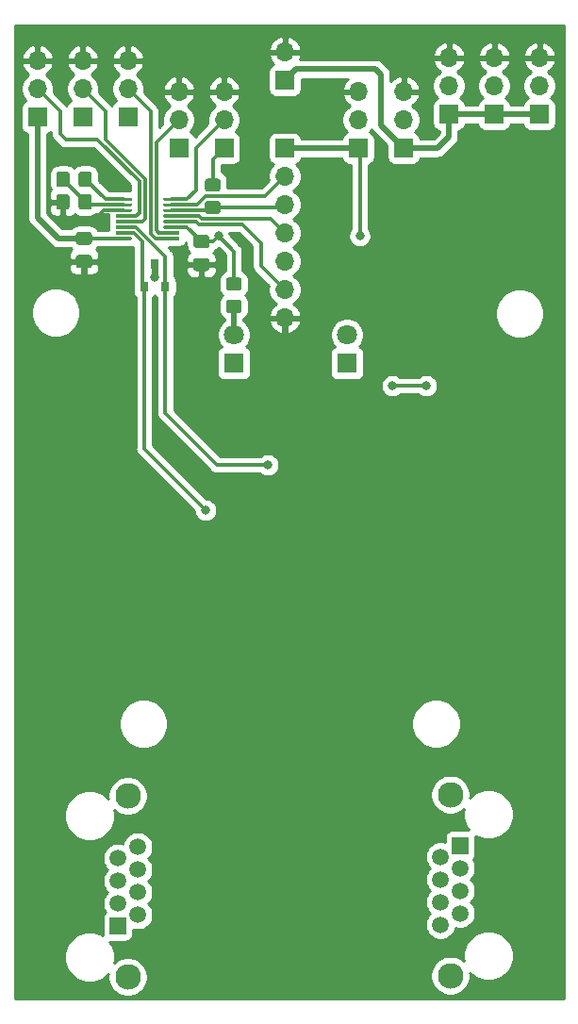
<source format=gbr>
%TF.GenerationSoftware,KiCad,Pcbnew,5.1.7-a382d34a8~87~ubuntu20.04.1*%
%TF.CreationDate,2020-11-04T11:30:01+01:00*%
%TF.ProjectId,isoSPI_Interface,69736f53-5049-45f4-996e-746572666163,rev?*%
%TF.SameCoordinates,Original*%
%TF.FileFunction,Copper,L2,Bot*%
%TF.FilePolarity,Positive*%
%FSLAX46Y46*%
G04 Gerber Fmt 4.6, Leading zero omitted, Abs format (unit mm)*
G04 Created by KiCad (PCBNEW 5.1.7-a382d34a8~87~ubuntu20.04.1) date 2020-11-04 11:30:01*
%MOMM*%
%LPD*%
G01*
G04 APERTURE LIST*
%TA.AperFunction,ComponentPad*%
%ADD10C,2.300000*%
%TD*%
%TA.AperFunction,ComponentPad*%
%ADD11C,1.500000*%
%TD*%
%TA.AperFunction,ComponentPad*%
%ADD12R,1.500000X1.500000*%
%TD*%
%TA.AperFunction,ComponentPad*%
%ADD13O,1.700000X1.700000*%
%TD*%
%TA.AperFunction,ComponentPad*%
%ADD14R,1.700000X1.700000*%
%TD*%
%TA.AperFunction,SMDPad,CuDef*%
%ADD15R,0.800000X0.900000*%
%TD*%
%TA.AperFunction,ComponentPad*%
%ADD16C,1.800000*%
%TD*%
%TA.AperFunction,ComponentPad*%
%ADD17R,1.800000X1.800000*%
%TD*%
%TA.AperFunction,ViaPad*%
%ADD18C,0.800000*%
%TD*%
%TA.AperFunction,Conductor*%
%ADD19C,0.300000*%
%TD*%
%TA.AperFunction,Conductor*%
%ADD20C,0.500000*%
%TD*%
%TA.AperFunction,Conductor*%
%ADD21C,0.254000*%
%TD*%
%TA.AperFunction,Conductor*%
%ADD22C,0.100000*%
%TD*%
G04 APERTURE END LIST*
D10*
%TO.P,J102,SH*%
%TO.N,Net-(J102-PadSH)*%
X131952000Y-152402000D03*
X131952000Y-168662000D03*
D11*
%TO.P,J102,8*%
%TO.N,/Transformer/isoSPI_OUT-_Header*%
X131062000Y-164084000D03*
%TO.P,J102,6*%
%TO.N,Net-(J102-Pad6)*%
X131062000Y-162052000D03*
%TO.P,J102,4*%
%TO.N,Net-(J102-Pad4)*%
X131062000Y-160020000D03*
%TO.P,J102,2*%
%TO.N,Net-(J102-Pad2)*%
X131062000Y-157988000D03*
%TO.P,J102,7*%
%TO.N,/Transformer/isoSPI_OUT+_Header*%
X132842000Y-163068000D03*
%TO.P,J102,5*%
%TO.N,Net-(J102-Pad5)*%
X132842000Y-161036000D03*
%TO.P,J102,3*%
%TO.N,Net-(J102-Pad3)*%
X132842000Y-159004000D03*
D12*
%TO.P,J102,1*%
%TO.N,Net-(J102-Pad1)*%
X132842000Y-156972000D03*
%TD*%
D10*
%TO.P,J104,SH*%
%TO.N,Net-(J102-PadSH)*%
X102998000Y-168781000D03*
X102998000Y-152521000D03*
D11*
%TO.P,J104,8*%
%TO.N,/Transformer/isoSPI_IN-_Header*%
X103888000Y-157099000D03*
%TO.P,J104,6*%
%TO.N,Net-(J104-Pad6)*%
X103888000Y-159131000D03*
%TO.P,J104,4*%
%TO.N,Net-(J104-Pad4)*%
X103888000Y-161163000D03*
%TO.P,J104,2*%
%TO.N,Net-(J104-Pad2)*%
X103888000Y-163195000D03*
%TO.P,J104,7*%
%TO.N,/Transformer/isoSPI_IN+_Header*%
X102108000Y-158115000D03*
%TO.P,J104,5*%
%TO.N,Net-(J104-Pad5)*%
X102108000Y-160147000D03*
%TO.P,J104,3*%
%TO.N,Net-(J104-Pad3)*%
X102108000Y-162179000D03*
D12*
%TO.P,J104,1*%
%TO.N,Net-(J104-Pad1)*%
X102108000Y-164211000D03*
%TD*%
%TO.P,R403,2*%
%TO.N,GND*%
%TA.AperFunction,SMDPad,CuDef*%
G36*
G01*
X97771000Y-98736999D02*
X97771000Y-99637001D01*
G75*
G02*
X97521001Y-99887000I-249999J0D01*
G01*
X96820999Y-99887000D01*
G75*
G02*
X96571000Y-99637001I0J249999D01*
G01*
X96571000Y-98736999D01*
G75*
G02*
X96820999Y-98487000I249999J0D01*
G01*
X97521001Y-98487000D01*
G75*
G02*
X97771000Y-98736999I0J-249999D01*
G01*
G37*
%TD.AperFunction*%
%TO.P,R403,1*%
%TO.N,/SPI_Convert_2/ICMP*%
%TA.AperFunction,SMDPad,CuDef*%
G36*
G01*
X99771000Y-98736999D02*
X99771000Y-99637001D01*
G75*
G02*
X99521001Y-99887000I-249999J0D01*
G01*
X98820999Y-99887000D01*
G75*
G02*
X98571000Y-99637001I0J249999D01*
G01*
X98571000Y-98736999D01*
G75*
G02*
X98820999Y-98487000I249999J0D01*
G01*
X99521001Y-98487000D01*
G75*
G02*
X99771000Y-98736999I0J-249999D01*
G01*
G37*
%TD.AperFunction*%
%TD*%
%TO.P,R402,2*%
%TO.N,/SPI_Convert_2/ICMP*%
%TA.AperFunction,SMDPad,CuDef*%
G36*
G01*
X97771000Y-96704999D02*
X97771000Y-97605001D01*
G75*
G02*
X97521001Y-97855000I-249999J0D01*
G01*
X96820999Y-97855000D01*
G75*
G02*
X96571000Y-97605001I0J249999D01*
G01*
X96571000Y-96704999D01*
G75*
G02*
X96820999Y-96455000I249999J0D01*
G01*
X97521001Y-96455000D01*
G75*
G02*
X97771000Y-96704999I0J-249999D01*
G01*
G37*
%TD.AperFunction*%
%TO.P,R402,1*%
%TO.N,/SPI_Convert_2/IBIAS*%
%TA.AperFunction,SMDPad,CuDef*%
G36*
G01*
X99771000Y-96704999D02*
X99771000Y-97605001D01*
G75*
G02*
X99521001Y-97855000I-249999J0D01*
G01*
X98820999Y-97855000D01*
G75*
G02*
X98571000Y-97605001I0J249999D01*
G01*
X98571000Y-96704999D01*
G75*
G02*
X98820999Y-96455000I249999J0D01*
G01*
X99521001Y-96455000D01*
G75*
G02*
X99771000Y-96704999I0J-249999D01*
G01*
G37*
%TD.AperFunction*%
%TD*%
%TO.P,R401,2*%
%TO.N,SDO*%
%TA.AperFunction,SMDPad,CuDef*%
G36*
G01*
X110166999Y-99079000D02*
X111067001Y-99079000D01*
G75*
G02*
X111317000Y-99328999I0J-249999D01*
G01*
X111317000Y-100029001D01*
G75*
G02*
X111067001Y-100279000I-249999J0D01*
G01*
X110166999Y-100279000D01*
G75*
G02*
X109917000Y-100029001I0J249999D01*
G01*
X109917000Y-99328999D01*
G75*
G02*
X110166999Y-99079000I249999J0D01*
G01*
G37*
%TD.AperFunction*%
%TO.P,R401,1*%
%TO.N,V_SPI*%
%TA.AperFunction,SMDPad,CuDef*%
G36*
G01*
X110166999Y-97079000D02*
X111067001Y-97079000D01*
G75*
G02*
X111317000Y-97328999I0J-249999D01*
G01*
X111317000Y-98029001D01*
G75*
G02*
X111067001Y-98279000I-249999J0D01*
G01*
X110166999Y-98279000D01*
G75*
G02*
X109917000Y-98029001I0J249999D01*
G01*
X109917000Y-97328999D01*
G75*
G02*
X110166999Y-97079000I249999J0D01*
G01*
G37*
%TD.AperFunction*%
%TD*%
%TO.P,R104,2*%
%TO.N,V_SPI*%
%TA.AperFunction,SMDPad,CuDef*%
G36*
G01*
X112972001Y-107169000D02*
X112071999Y-107169000D01*
G75*
G02*
X111822000Y-106919001I0J249999D01*
G01*
X111822000Y-106218999D01*
G75*
G02*
X112071999Y-105969000I249999J0D01*
G01*
X112972001Y-105969000D01*
G75*
G02*
X113222000Y-106218999I0J-249999D01*
G01*
X113222000Y-106919001D01*
G75*
G02*
X112972001Y-107169000I-249999J0D01*
G01*
G37*
%TD.AperFunction*%
%TO.P,R104,1*%
%TO.N,Net-(D103-Pad2)*%
%TA.AperFunction,SMDPad,CuDef*%
G36*
G01*
X112972001Y-109169000D02*
X112071999Y-109169000D01*
G75*
G02*
X111822000Y-108919001I0J249999D01*
G01*
X111822000Y-108218999D01*
G75*
G02*
X112071999Y-107969000I249999J0D01*
G01*
X112972001Y-107969000D01*
G75*
G02*
X113222000Y-108218999I0J-249999D01*
G01*
X113222000Y-108919001D01*
G75*
G02*
X112972001Y-109169000I-249999J0D01*
G01*
G37*
%TD.AperFunction*%
%TD*%
D13*
%TO.P,J405,3*%
%TO.N,GND*%
X98933000Y-86487000D03*
%TO.P,J405,2*%
%TO.N,/SPI_Convert_2/MSTR*%
X98933000Y-89027000D03*
D14*
%TO.P,J405,1*%
%TO.N,+5V*%
X98933000Y-91567000D03*
%TD*%
D13*
%TO.P,J404,3*%
%TO.N,GND*%
X102997000Y-86487000D03*
%TO.P,J404,2*%
%TO.N,/SPI_Convert_2/PHA*%
X102997000Y-89027000D03*
D14*
%TO.P,J404,1*%
%TO.N,+5V*%
X102997000Y-91567000D03*
%TD*%
D13*
%TO.P,J403,3*%
%TO.N,GND*%
X94869000Y-86487000D03*
%TO.P,J403,2*%
%TO.N,/SPI_Convert_2/SLOW*%
X94869000Y-89027000D03*
D14*
%TO.P,J403,1*%
%TO.N,+5V*%
X94869000Y-91567000D03*
%TD*%
D13*
%TO.P,J402,3*%
%TO.N,GND*%
X107569000Y-89281000D03*
%TO.P,J402,2*%
%TO.N,/SPI_Convert_2/POL*%
X107569000Y-91821000D03*
D14*
%TO.P,J402,1*%
%TO.N,+5V*%
X107569000Y-94361000D03*
%TD*%
D13*
%TO.P,J401,3*%
%TO.N,GND*%
X111633000Y-89281000D03*
%TO.P,J401,2*%
%TO.N,/SPI_Convert_2/EN*%
X111633000Y-91821000D03*
D14*
%TO.P,J401,1*%
%TO.N,V_SPI*%
X111633000Y-94361000D03*
%TD*%
D13*
%TO.P,J205,3*%
%TO.N,GND*%
X135890000Y-86233000D03*
%TO.P,J205,2*%
%TO.N,/SPI_Convert_1/MSTR*%
X135890000Y-88773000D03*
D14*
%TO.P,J205,1*%
%TO.N,+5V*%
X135890000Y-91313000D03*
%TD*%
D13*
%TO.P,J204,3*%
%TO.N,GND*%
X131826000Y-86233000D03*
%TO.P,J204,2*%
%TO.N,/SPI_Convert_1/PHA*%
X131826000Y-88773000D03*
D14*
%TO.P,J204,1*%
%TO.N,+5V*%
X131826000Y-91313000D03*
%TD*%
D13*
%TO.P,J203,3*%
%TO.N,GND*%
X139954000Y-86233000D03*
%TO.P,J203,2*%
%TO.N,/SPI_Convert_1/SLOW*%
X139954000Y-88773000D03*
D14*
%TO.P,J203,1*%
%TO.N,+5V*%
X139954000Y-91313000D03*
%TD*%
D13*
%TO.P,J202,3*%
%TO.N,GND*%
X127762000Y-89281000D03*
%TO.P,J202,2*%
%TO.N,/SPI_Convert_1/POL*%
X127762000Y-91821000D03*
D14*
%TO.P,J202,1*%
%TO.N,+5V*%
X127762000Y-94361000D03*
%TD*%
D13*
%TO.P,J201,3*%
%TO.N,GND*%
X123698000Y-89281000D03*
%TO.P,J201,2*%
%TO.N,/SPI_Convert_1/EN*%
X123698000Y-91821000D03*
D14*
%TO.P,J201,1*%
%TO.N,V_SPI*%
X123698000Y-94361000D03*
%TD*%
D13*
%TO.P,J103,7*%
%TO.N,GND*%
X117094000Y-109601000D03*
%TO.P,J103,6*%
%TO.N,~CS_2*%
X117094000Y-107061000D03*
%TO.P,J103,5*%
%TO.N,~CS_1*%
X117094000Y-104521000D03*
%TO.P,J103,4*%
%TO.N,SCK*%
X117094000Y-101981000D03*
%TO.P,J103,3*%
%TO.N,SDO*%
X117094000Y-99441000D03*
%TO.P,J103,2*%
%TO.N,SDI*%
X117094000Y-96901000D03*
D14*
%TO.P,J103,1*%
%TO.N,V_SPI*%
X117094000Y-94361000D03*
%TD*%
D13*
%TO.P,J101,2*%
%TO.N,GND*%
X117094000Y-85725000D03*
D14*
%TO.P,J101,1*%
%TO.N,+5V*%
X117094000Y-88265000D03*
%TD*%
%TO.P,IC401,16*%
%TO.N,/SPI_Convert_2/IBIAS*%
%TA.AperFunction,SMDPad,CuDef*%
G36*
G01*
X103350000Y-98886000D02*
X103350000Y-99036000D01*
G75*
G02*
X103275000Y-99111000I-75000J0D01*
G01*
X101975000Y-99111000D01*
G75*
G02*
X101900000Y-99036000I0J75000D01*
G01*
X101900000Y-98886000D01*
G75*
G02*
X101975000Y-98811000I75000J0D01*
G01*
X103275000Y-98811000D01*
G75*
G02*
X103350000Y-98886000I0J-75000D01*
G01*
G37*
%TD.AperFunction*%
%TO.P,IC401,15*%
%TO.N,/SPI_Convert_2/ICMP*%
%TA.AperFunction,SMDPad,CuDef*%
G36*
G01*
X103350000Y-99386000D02*
X103350000Y-99536000D01*
G75*
G02*
X103275000Y-99611000I-75000J0D01*
G01*
X101975000Y-99611000D01*
G75*
G02*
X101900000Y-99536000I0J75000D01*
G01*
X101900000Y-99386000D01*
G75*
G02*
X101975000Y-99311000I75000J0D01*
G01*
X103275000Y-99311000D01*
G75*
G02*
X103350000Y-99386000I0J-75000D01*
G01*
G37*
%TD.AperFunction*%
%TO.P,IC401,14*%
%TO.N,GND*%
%TA.AperFunction,SMDPad,CuDef*%
G36*
G01*
X103350000Y-99886000D02*
X103350000Y-100036000D01*
G75*
G02*
X103275000Y-100111000I-75000J0D01*
G01*
X101975000Y-100111000D01*
G75*
G02*
X101900000Y-100036000I0J75000D01*
G01*
X101900000Y-99886000D01*
G75*
G02*
X101975000Y-99811000I75000J0D01*
G01*
X103275000Y-99811000D01*
G75*
G02*
X103350000Y-99886000I0J-75000D01*
G01*
G37*
%TD.AperFunction*%
%TO.P,IC401,13*%
%TO.N,/SPI_Convert_2/SLOW*%
%TA.AperFunction,SMDPad,CuDef*%
G36*
G01*
X103350000Y-100386000D02*
X103350000Y-100536000D01*
G75*
G02*
X103275000Y-100611000I-75000J0D01*
G01*
X101975000Y-100611000D01*
G75*
G02*
X101900000Y-100536000I0J75000D01*
G01*
X101900000Y-100386000D01*
G75*
G02*
X101975000Y-100311000I75000J0D01*
G01*
X103275000Y-100311000D01*
G75*
G02*
X103350000Y-100386000I0J-75000D01*
G01*
G37*
%TD.AperFunction*%
%TO.P,IC401,12*%
%TO.N,/SPI_Convert_2/MSTR*%
%TA.AperFunction,SMDPad,CuDef*%
G36*
G01*
X103350000Y-100886000D02*
X103350000Y-101036000D01*
G75*
G02*
X103275000Y-101111000I-75000J0D01*
G01*
X101975000Y-101111000D01*
G75*
G02*
X101900000Y-101036000I0J75000D01*
G01*
X101900000Y-100886000D01*
G75*
G02*
X101975000Y-100811000I75000J0D01*
G01*
X103275000Y-100811000D01*
G75*
G02*
X103350000Y-100886000I0J-75000D01*
G01*
G37*
%TD.AperFunction*%
%TO.P,IC401,11*%
%TO.N,/SPI_Convert_2/IP*%
%TA.AperFunction,SMDPad,CuDef*%
G36*
G01*
X103350000Y-101386000D02*
X103350000Y-101536000D01*
G75*
G02*
X103275000Y-101611000I-75000J0D01*
G01*
X101975000Y-101611000D01*
G75*
G02*
X101900000Y-101536000I0J75000D01*
G01*
X101900000Y-101386000D01*
G75*
G02*
X101975000Y-101311000I75000J0D01*
G01*
X103275000Y-101311000D01*
G75*
G02*
X103350000Y-101386000I0J-75000D01*
G01*
G37*
%TD.AperFunction*%
%TO.P,IC401,10*%
%TO.N,/SPI_Convert_2/IM*%
%TA.AperFunction,SMDPad,CuDef*%
G36*
G01*
X103350000Y-101886000D02*
X103350000Y-102036000D01*
G75*
G02*
X103275000Y-102111000I-75000J0D01*
G01*
X101975000Y-102111000D01*
G75*
G02*
X101900000Y-102036000I0J75000D01*
G01*
X101900000Y-101886000D01*
G75*
G02*
X101975000Y-101811000I75000J0D01*
G01*
X103275000Y-101811000D01*
G75*
G02*
X103350000Y-101886000I0J-75000D01*
G01*
G37*
%TD.AperFunction*%
%TO.P,IC401,9*%
%TO.N,+5V*%
%TA.AperFunction,SMDPad,CuDef*%
G36*
G01*
X103350000Y-102386000D02*
X103350000Y-102536000D01*
G75*
G02*
X103275000Y-102611000I-75000J0D01*
G01*
X101975000Y-102611000D01*
G75*
G02*
X101900000Y-102536000I0J75000D01*
G01*
X101900000Y-102386000D01*
G75*
G02*
X101975000Y-102311000I75000J0D01*
G01*
X103275000Y-102311000D01*
G75*
G02*
X103350000Y-102386000I0J-75000D01*
G01*
G37*
%TD.AperFunction*%
%TO.P,IC401,8*%
%TO.N,/SPI_Convert_2/PHA*%
%TA.AperFunction,SMDPad,CuDef*%
G36*
G01*
X107650000Y-102386000D02*
X107650000Y-102536000D01*
G75*
G02*
X107575000Y-102611000I-75000J0D01*
G01*
X106275000Y-102611000D01*
G75*
G02*
X106200000Y-102536000I0J75000D01*
G01*
X106200000Y-102386000D01*
G75*
G02*
X106275000Y-102311000I75000J0D01*
G01*
X107575000Y-102311000D01*
G75*
G02*
X107650000Y-102386000I0J-75000D01*
G01*
G37*
%TD.AperFunction*%
%TO.P,IC401,7*%
%TO.N,/SPI_Convert_2/POL*%
%TA.AperFunction,SMDPad,CuDef*%
G36*
G01*
X107650000Y-101886000D02*
X107650000Y-102036000D01*
G75*
G02*
X107575000Y-102111000I-75000J0D01*
G01*
X106275000Y-102111000D01*
G75*
G02*
X106200000Y-102036000I0J75000D01*
G01*
X106200000Y-101886000D01*
G75*
G02*
X106275000Y-101811000I75000J0D01*
G01*
X107575000Y-101811000D01*
G75*
G02*
X107650000Y-101886000I0J-75000D01*
G01*
G37*
%TD.AperFunction*%
%TO.P,IC401,6*%
%TO.N,V_SPI*%
%TA.AperFunction,SMDPad,CuDef*%
G36*
G01*
X107650000Y-101386000D02*
X107650000Y-101536000D01*
G75*
G02*
X107575000Y-101611000I-75000J0D01*
G01*
X106275000Y-101611000D01*
G75*
G02*
X106200000Y-101536000I0J75000D01*
G01*
X106200000Y-101386000D01*
G75*
G02*
X106275000Y-101311000I75000J0D01*
G01*
X107575000Y-101311000D01*
G75*
G02*
X107650000Y-101386000I0J-75000D01*
G01*
G37*
%TD.AperFunction*%
%TO.P,IC401,5*%
%TO.N,~CS_2*%
%TA.AperFunction,SMDPad,CuDef*%
G36*
G01*
X107650000Y-100886000D02*
X107650000Y-101036000D01*
G75*
G02*
X107575000Y-101111000I-75000J0D01*
G01*
X106275000Y-101111000D01*
G75*
G02*
X106200000Y-101036000I0J75000D01*
G01*
X106200000Y-100886000D01*
G75*
G02*
X106275000Y-100811000I75000J0D01*
G01*
X107575000Y-100811000D01*
G75*
G02*
X107650000Y-100886000I0J-75000D01*
G01*
G37*
%TD.AperFunction*%
%TO.P,IC401,4*%
%TO.N,SCK*%
%TA.AperFunction,SMDPad,CuDef*%
G36*
G01*
X107650000Y-100386000D02*
X107650000Y-100536000D01*
G75*
G02*
X107575000Y-100611000I-75000J0D01*
G01*
X106275000Y-100611000D01*
G75*
G02*
X106200000Y-100536000I0J75000D01*
G01*
X106200000Y-100386000D01*
G75*
G02*
X106275000Y-100311000I75000J0D01*
G01*
X107575000Y-100311000D01*
G75*
G02*
X107650000Y-100386000I0J-75000D01*
G01*
G37*
%TD.AperFunction*%
%TO.P,IC401,3*%
%TO.N,SDO*%
%TA.AperFunction,SMDPad,CuDef*%
G36*
G01*
X107650000Y-99886000D02*
X107650000Y-100036000D01*
G75*
G02*
X107575000Y-100111000I-75000J0D01*
G01*
X106275000Y-100111000D01*
G75*
G02*
X106200000Y-100036000I0J75000D01*
G01*
X106200000Y-99886000D01*
G75*
G02*
X106275000Y-99811000I75000J0D01*
G01*
X107575000Y-99811000D01*
G75*
G02*
X107650000Y-99886000I0J-75000D01*
G01*
G37*
%TD.AperFunction*%
%TO.P,IC401,2*%
%TO.N,SDI*%
%TA.AperFunction,SMDPad,CuDef*%
G36*
G01*
X107650000Y-99386000D02*
X107650000Y-99536000D01*
G75*
G02*
X107575000Y-99611000I-75000J0D01*
G01*
X106275000Y-99611000D01*
G75*
G02*
X106200000Y-99536000I0J75000D01*
G01*
X106200000Y-99386000D01*
G75*
G02*
X106275000Y-99311000I75000J0D01*
G01*
X107575000Y-99311000D01*
G75*
G02*
X107650000Y-99386000I0J-75000D01*
G01*
G37*
%TD.AperFunction*%
%TO.P,IC401,1*%
%TO.N,/SPI_Convert_2/EN*%
%TA.AperFunction,SMDPad,CuDef*%
G36*
G01*
X107650000Y-98886000D02*
X107650000Y-99036000D01*
G75*
G02*
X107575000Y-99111000I-75000J0D01*
G01*
X106275000Y-99111000D01*
G75*
G02*
X106200000Y-99036000I0J75000D01*
G01*
X106200000Y-98886000D01*
G75*
G02*
X106275000Y-98811000I75000J0D01*
G01*
X107575000Y-98811000D01*
G75*
G02*
X107650000Y-98886000I0J-75000D01*
G01*
G37*
%TD.AperFunction*%
%TD*%
D15*
%TO.P,D104,3*%
%TO.N,GND*%
X105410000Y-104791000D03*
%TO.P,D104,2*%
%TO.N,/SPI_Convert_2/IM*%
X104460000Y-106791000D03*
%TO.P,D104,1*%
%TO.N,/SPI_Convert_2/IP*%
X106360000Y-106791000D03*
%TD*%
D16*
%TO.P,D103,2*%
%TO.N,Net-(D103-Pad2)*%
X112522000Y-111125000D03*
D17*
%TO.P,D103,1*%
%TO.N,~CS_2*%
X112522000Y-113665000D03*
%TD*%
D16*
%TO.P,D101,2*%
%TO.N,Net-(D101-Pad2)*%
X122682000Y-111125000D03*
D17*
%TO.P,D101,1*%
%TO.N,~CS_1*%
X122682000Y-113665000D03*
%TD*%
%TO.P,C402,2*%
%TO.N,V_SPI*%
%TA.AperFunction,SMDPad,CuDef*%
G36*
G01*
X110076000Y-103330500D02*
X109126000Y-103330500D01*
G75*
G02*
X108876000Y-103080500I0J250000D01*
G01*
X108876000Y-102405500D01*
G75*
G02*
X109126000Y-102155500I250000J0D01*
G01*
X110076000Y-102155500D01*
G75*
G02*
X110326000Y-102405500I0J-250000D01*
G01*
X110326000Y-103080500D01*
G75*
G02*
X110076000Y-103330500I-250000J0D01*
G01*
G37*
%TD.AperFunction*%
%TO.P,C402,1*%
%TO.N,GND*%
%TA.AperFunction,SMDPad,CuDef*%
G36*
G01*
X110076000Y-105405500D02*
X109126000Y-105405500D01*
G75*
G02*
X108876000Y-105155500I0J250000D01*
G01*
X108876000Y-104480500D01*
G75*
G02*
X109126000Y-104230500I250000J0D01*
G01*
X110076000Y-104230500D01*
G75*
G02*
X110326000Y-104480500I0J-250000D01*
G01*
X110326000Y-105155500D01*
G75*
G02*
X110076000Y-105405500I-250000J0D01*
G01*
G37*
%TD.AperFunction*%
%TD*%
%TO.P,C401,2*%
%TO.N,+5V*%
%TA.AperFunction,SMDPad,CuDef*%
G36*
G01*
X99535000Y-103055000D02*
X98585000Y-103055000D01*
G75*
G02*
X98335000Y-102805000I0J250000D01*
G01*
X98335000Y-102130000D01*
G75*
G02*
X98585000Y-101880000I250000J0D01*
G01*
X99535000Y-101880000D01*
G75*
G02*
X99785000Y-102130000I0J-250000D01*
G01*
X99785000Y-102805000D01*
G75*
G02*
X99535000Y-103055000I-250000J0D01*
G01*
G37*
%TD.AperFunction*%
%TO.P,C401,1*%
%TO.N,GND*%
%TA.AperFunction,SMDPad,CuDef*%
G36*
G01*
X99535000Y-105130000D02*
X98585000Y-105130000D01*
G75*
G02*
X98335000Y-104880000I0J250000D01*
G01*
X98335000Y-104205000D01*
G75*
G02*
X98585000Y-103955000I250000J0D01*
G01*
X99535000Y-103955000D01*
G75*
G02*
X99785000Y-104205000I0J-250000D01*
G01*
X99785000Y-104880000D01*
G75*
G02*
X99535000Y-105130000I-250000J0D01*
G01*
G37*
%TD.AperFunction*%
%TD*%
D18*
%TO.N,GND*%
X125222000Y-105664000D03*
X129286000Y-105664000D03*
X105410000Y-105918000D03*
X109601000Y-106172000D03*
X99060000Y-106172000D03*
X97155000Y-100711000D03*
X137414000Y-100457000D03*
X112649000Y-117602000D03*
X122301000Y-117602000D03*
X114681000Y-127000000D03*
X120777000Y-127000000D03*
%TO.N,V_SPI*%
X111125000Y-102235000D03*
X123825000Y-102235000D03*
%TO.N,/SPI_Convert_1/IM*%
X129794000Y-115697000D03*
X126746000Y-115697000D03*
%TO.N,/SPI_Convert_2/IM*%
X109982000Y-126873000D03*
%TO.N,/SPI_Convert_2/IP*%
X115570000Y-122809000D03*
%TD*%
D19*
%TO.N,+5V*%
X99434500Y-102461000D02*
X99208500Y-102235000D01*
X102625000Y-102461000D02*
X99434500Y-102461000D01*
D20*
X131826000Y-91313000D02*
X135890000Y-91313000D01*
X139954000Y-91313000D02*
X135890000Y-91313000D01*
X127762000Y-94361000D02*
X130810000Y-94361000D01*
X131826000Y-93345000D02*
X131826000Y-91313000D01*
X130810000Y-94361000D02*
X131826000Y-93345000D01*
X125730000Y-92329000D02*
X127762000Y-94361000D01*
X125730000Y-87757000D02*
X125730000Y-92329000D01*
X125222000Y-87249000D02*
X125730000Y-87757000D01*
X118110000Y-87249000D02*
X125222000Y-87249000D01*
X117094000Y-88265000D02*
X118110000Y-87249000D01*
X94869000Y-100584000D02*
X94869000Y-91567000D01*
X96752500Y-102467500D02*
X94869000Y-100584000D01*
X99060000Y-102467500D02*
X96752500Y-102467500D01*
%TO.N,GND*%
X105410000Y-104791000D02*
X105410000Y-105791000D01*
X109601000Y-104818000D02*
X109601000Y-106172000D01*
X99060000Y-104542500D02*
X99060000Y-106172000D01*
X97171000Y-100695000D02*
X97155000Y-100711000D01*
X97171000Y-99187000D02*
X97171000Y-100695000D01*
D19*
X97171000Y-100711000D02*
X97171000Y-99187000D01*
X100076000Y-100711000D02*
X97171000Y-100711000D01*
X100826000Y-99961000D02*
X100076000Y-100711000D01*
X102625000Y-99961000D02*
X100826000Y-99961000D01*
D20*
X120777000Y-125095000D02*
X120777000Y-127000000D01*
X120142000Y-124460000D02*
X120777000Y-125095000D01*
X114681000Y-124968000D02*
X115189000Y-124460000D01*
X114681000Y-127000000D02*
X114681000Y-124968000D01*
X117475000Y-124460000D02*
X120142000Y-124460000D01*
X116967000Y-117602000D02*
X122301000Y-117602000D01*
X117094000Y-117475000D02*
X116967000Y-117602000D01*
X117094000Y-109601000D02*
X117094000Y-117475000D01*
X112649000Y-117602000D02*
X116967000Y-117602000D01*
X117094000Y-109601000D02*
X117094000Y-124206000D01*
X115189000Y-124460000D02*
X116840000Y-124460000D01*
X117221000Y-124206000D02*
X117475000Y-124460000D01*
X117094000Y-124206000D02*
X117221000Y-124206000D01*
X116840000Y-124460000D02*
X117475000Y-124460000D01*
X117094000Y-124206000D02*
X116840000Y-124460000D01*
%TO.N,V_SPI*%
X117094000Y-94361000D02*
X123698000Y-94361000D01*
D19*
X108319000Y-101461000D02*
X109601000Y-102743000D01*
X106925000Y-101461000D02*
X108319000Y-101461000D01*
X110617000Y-95377000D02*
X111633000Y-94361000D01*
X110617000Y-97679000D02*
X110617000Y-95377000D01*
X110617000Y-102743000D02*
X111125000Y-102235000D01*
X109601000Y-102743000D02*
X110617000Y-102743000D01*
X123825000Y-94488000D02*
X123698000Y-94361000D01*
X123825000Y-102235000D02*
X123825000Y-94488000D01*
X112522000Y-103632000D02*
X111125000Y-102235000D01*
X112522000Y-106569000D02*
X112522000Y-103632000D01*
%TO.N,/SPI_Convert_1/IM*%
X129794000Y-115697000D02*
X126746000Y-115697000D01*
D20*
%TO.N,Net-(D103-Pad2)*%
X112522000Y-108569000D02*
X112522000Y-111125000D01*
D19*
%TO.N,~CS_2*%
X114935000Y-104902000D02*
X117094000Y-107061000D01*
X114935000Y-102870000D02*
X114935000Y-104902000D01*
X113284000Y-101219000D02*
X114935000Y-102870000D01*
X109401880Y-101219000D02*
X113284000Y-101219000D01*
X109143880Y-100961000D02*
X109401880Y-101219000D01*
X106925000Y-100961000D02*
X109143880Y-100961000D01*
%TO.N,/SPI_Convert_2/IM*%
X102625000Y-101961000D02*
X103539880Y-101961000D01*
X103539880Y-101961000D02*
X104278999Y-102700119D01*
X104278999Y-106609999D02*
X104460000Y-106791000D01*
X104278999Y-102700119D02*
X104278999Y-106609999D01*
X104460000Y-121351000D02*
X109982000Y-126873000D01*
X104460000Y-106791000D02*
X104460000Y-121351000D01*
%TO.N,/SPI_Convert_2/IP*%
X106360000Y-104074000D02*
X106360000Y-106791000D01*
X103747000Y-101461000D02*
X106360000Y-104074000D01*
X102625000Y-101461000D02*
X103747000Y-101461000D01*
X106360000Y-106791000D02*
X106360000Y-118171000D01*
X110998000Y-122809000D02*
X115570000Y-122809000D01*
X106360000Y-118171000D02*
X110998000Y-122809000D01*
%TO.N,SCK*%
X115824000Y-100711000D02*
X117094000Y-101981000D01*
X109601000Y-100711000D02*
X115824000Y-100711000D01*
X109351000Y-100461000D02*
X109601000Y-100711000D01*
X106925000Y-100461000D02*
X109351000Y-100461000D01*
%TO.N,SDO*%
X110335000Y-99961000D02*
X110617000Y-99679000D01*
X106925000Y-99961000D02*
X110335000Y-99961000D01*
X116856000Y-99679000D02*
X117094000Y-99441000D01*
X110617000Y-99679000D02*
X116856000Y-99679000D01*
%TO.N,SDI*%
X115316000Y-98679000D02*
X117094000Y-96901000D01*
X109968454Y-98679000D02*
X115316000Y-98679000D01*
X109186454Y-99461000D02*
X109968454Y-98679000D01*
X106925000Y-99461000D02*
X109186454Y-99461000D01*
%TO.N,/SPI_Convert_2/IBIAS*%
X100977000Y-98961000D02*
X99171000Y-97155000D01*
X102625000Y-98961000D02*
X100977000Y-98961000D01*
%TO.N,/SPI_Convert_2/ICMP*%
X99171000Y-99155000D02*
X97171000Y-97155000D01*
X99171000Y-99187000D02*
X99171000Y-99155000D01*
X99445000Y-99461000D02*
X99171000Y-99187000D01*
X102625000Y-99461000D02*
X99445000Y-99461000D01*
%TO.N,/SPI_Convert_2/SLOW*%
X96901000Y-91059000D02*
X94869000Y-89027000D01*
X97409000Y-93599000D02*
X96901000Y-93091000D01*
X96901000Y-93091000D02*
X96901000Y-91059000D01*
X100257880Y-93599000D02*
X97409000Y-93599000D01*
X104013000Y-97354120D02*
X100257880Y-93599000D01*
X104013000Y-100203000D02*
X104013000Y-97354120D01*
X103755000Y-100461000D02*
X104013000Y-100203000D01*
X102625000Y-100461000D02*
X103755000Y-100461000D01*
%TO.N,/SPI_Convert_2/MSTR*%
X100965000Y-93599000D02*
X100965000Y-91059000D01*
X100965000Y-91059000D02*
X98933000Y-89027000D01*
X104521000Y-97155000D02*
X100965000Y-93599000D01*
X104521000Y-100711000D02*
X104521000Y-97155000D01*
X104271000Y-100961000D02*
X104521000Y-100711000D01*
X102625000Y-100961000D02*
X104271000Y-100961000D01*
%TO.N,/SPI_Convert_2/PHA*%
X105029000Y-91059000D02*
X102997000Y-89027000D01*
X105454120Y-102461000D02*
X105029000Y-102035880D01*
X105029000Y-102035880D02*
X105029000Y-91059000D01*
X106925000Y-102461000D02*
X105454120Y-102461000D01*
%TO.N,/SPI_Convert_2/POL*%
X106925000Y-101961000D02*
X105771000Y-101961000D01*
X105771000Y-101961000D02*
X105537000Y-101727000D01*
X105537000Y-93853000D02*
X107569000Y-91821000D01*
X105537000Y-101727000D02*
X105537000Y-93853000D01*
%TO.N,/SPI_Convert_2/EN*%
X108303000Y-98961000D02*
X109093000Y-98171000D01*
X106925000Y-98961000D02*
X108303000Y-98961000D01*
X109093000Y-94361000D02*
X111633000Y-91821000D01*
X109093000Y-98171000D02*
X109093000Y-94361000D01*
%TD*%
D21*
%TO.N,GND*%
X142113000Y-170688000D02*
X92887000Y-170688000D01*
X92887000Y-166778409D01*
X97308000Y-166778409D01*
X97308000Y-167223591D01*
X97394851Y-167660218D01*
X97565214Y-168071511D01*
X97812544Y-168441666D01*
X98127334Y-168756456D01*
X98497489Y-169003786D01*
X98908782Y-169174149D01*
X99345409Y-169261000D01*
X99790591Y-169261000D01*
X100227218Y-169174149D01*
X100638511Y-169003786D01*
X101008666Y-168756456D01*
X101226178Y-168538944D01*
X101213000Y-168605193D01*
X101213000Y-168956807D01*
X101281596Y-169301665D01*
X101416153Y-169626515D01*
X101611500Y-169918871D01*
X101860129Y-170167500D01*
X102152485Y-170362847D01*
X102477335Y-170497404D01*
X102822193Y-170566000D01*
X103173807Y-170566000D01*
X103518665Y-170497404D01*
X103843515Y-170362847D01*
X104135871Y-170167500D01*
X104384500Y-169918871D01*
X104579847Y-169626515D01*
X104714404Y-169301665D01*
X104783000Y-168956807D01*
X104783000Y-168605193D01*
X104759330Y-168486193D01*
X130167000Y-168486193D01*
X130167000Y-168837807D01*
X130235596Y-169182665D01*
X130370153Y-169507515D01*
X130565500Y-169799871D01*
X130814129Y-170048500D01*
X131106485Y-170243847D01*
X131431335Y-170378404D01*
X131776193Y-170447000D01*
X132127807Y-170447000D01*
X132472665Y-170378404D01*
X132797515Y-170243847D01*
X133089871Y-170048500D01*
X133338500Y-169799871D01*
X133533847Y-169507515D01*
X133668404Y-169182665D01*
X133737000Y-168837807D01*
X133737000Y-168486193D01*
X133723822Y-168419944D01*
X133941334Y-168637456D01*
X134311489Y-168884786D01*
X134722782Y-169055149D01*
X135159409Y-169142000D01*
X135604591Y-169142000D01*
X136041218Y-169055149D01*
X136452511Y-168884786D01*
X136822666Y-168637456D01*
X137137456Y-168322666D01*
X137384786Y-167952511D01*
X137555149Y-167541218D01*
X137642000Y-167104591D01*
X137642000Y-166659409D01*
X137555149Y-166222782D01*
X137384786Y-165811489D01*
X137137456Y-165441334D01*
X136822666Y-165126544D01*
X136452511Y-164879214D01*
X136041218Y-164708851D01*
X135604591Y-164622000D01*
X135159409Y-164622000D01*
X134722782Y-164708851D01*
X134311489Y-164879214D01*
X133941334Y-165126544D01*
X133626544Y-165441334D01*
X133379214Y-165811489D01*
X133208851Y-166222782D01*
X133122000Y-166659409D01*
X133122000Y-167104591D01*
X133172415Y-167358044D01*
X133089871Y-167275500D01*
X132797515Y-167080153D01*
X132472665Y-166945596D01*
X132127807Y-166877000D01*
X131776193Y-166877000D01*
X131431335Y-166945596D01*
X131106485Y-167080153D01*
X130814129Y-167275500D01*
X130565500Y-167524129D01*
X130370153Y-167816485D01*
X130235596Y-168141335D01*
X130167000Y-168486193D01*
X104759330Y-168486193D01*
X104714404Y-168260335D01*
X104579847Y-167935485D01*
X104384500Y-167643129D01*
X104135871Y-167394500D01*
X103843515Y-167199153D01*
X103518665Y-167064596D01*
X103173807Y-166996000D01*
X102822193Y-166996000D01*
X102477335Y-167064596D01*
X102152485Y-167199153D01*
X101860129Y-167394500D01*
X101777585Y-167477044D01*
X101828000Y-167223591D01*
X101828000Y-166778409D01*
X101741149Y-166341782D01*
X101570786Y-165930489D01*
X101348730Y-165598159D01*
X101358000Y-165599072D01*
X102858000Y-165599072D01*
X102982482Y-165586812D01*
X103102180Y-165550502D01*
X103212494Y-165491537D01*
X103309185Y-165412185D01*
X103388537Y-165315494D01*
X103447502Y-165205180D01*
X103483812Y-165085482D01*
X103496072Y-164961000D01*
X103496072Y-164529174D01*
X103751589Y-164580000D01*
X104024411Y-164580000D01*
X104291989Y-164526775D01*
X104544043Y-164422371D01*
X104770886Y-164270799D01*
X104963799Y-164077886D01*
X105115371Y-163851043D01*
X105219775Y-163598989D01*
X105273000Y-163331411D01*
X105273000Y-163058589D01*
X105219775Y-162791011D01*
X105115371Y-162538957D01*
X104963799Y-162312114D01*
X104830685Y-162179000D01*
X104963799Y-162045886D01*
X105115371Y-161819043D01*
X105219775Y-161566989D01*
X105273000Y-161299411D01*
X105273000Y-161026589D01*
X105219775Y-160759011D01*
X105115371Y-160506957D01*
X104963799Y-160280114D01*
X104830685Y-160147000D01*
X104963799Y-160013886D01*
X105115371Y-159787043D01*
X105219775Y-159534989D01*
X105273000Y-159267411D01*
X105273000Y-158994589D01*
X105219775Y-158727011D01*
X105115371Y-158474957D01*
X104963799Y-158248114D01*
X104830685Y-158115000D01*
X104963799Y-157981886D01*
X105050860Y-157851589D01*
X129677000Y-157851589D01*
X129677000Y-158124411D01*
X129730225Y-158391989D01*
X129834629Y-158644043D01*
X129986201Y-158870886D01*
X130119315Y-159004000D01*
X129986201Y-159137114D01*
X129834629Y-159363957D01*
X129730225Y-159616011D01*
X129677000Y-159883589D01*
X129677000Y-160156411D01*
X129730225Y-160423989D01*
X129834629Y-160676043D01*
X129986201Y-160902886D01*
X130119315Y-161036000D01*
X129986201Y-161169114D01*
X129834629Y-161395957D01*
X129730225Y-161648011D01*
X129677000Y-161915589D01*
X129677000Y-162188411D01*
X129730225Y-162455989D01*
X129834629Y-162708043D01*
X129986201Y-162934886D01*
X130119315Y-163068000D01*
X129986201Y-163201114D01*
X129834629Y-163427957D01*
X129730225Y-163680011D01*
X129677000Y-163947589D01*
X129677000Y-164220411D01*
X129730225Y-164487989D01*
X129834629Y-164740043D01*
X129986201Y-164966886D01*
X130179114Y-165159799D01*
X130405957Y-165311371D01*
X130658011Y-165415775D01*
X130925589Y-165469000D01*
X131198411Y-165469000D01*
X131465989Y-165415775D01*
X131718043Y-165311371D01*
X131944886Y-165159799D01*
X132137799Y-164966886D01*
X132289371Y-164740043D01*
X132393775Y-164487989D01*
X132413354Y-164389562D01*
X132438011Y-164399775D01*
X132705589Y-164453000D01*
X132978411Y-164453000D01*
X133245989Y-164399775D01*
X133498043Y-164295371D01*
X133724886Y-164143799D01*
X133917799Y-163950886D01*
X134069371Y-163724043D01*
X134173775Y-163471989D01*
X134227000Y-163204411D01*
X134227000Y-162931589D01*
X134173775Y-162664011D01*
X134069371Y-162411957D01*
X133917799Y-162185114D01*
X133784685Y-162052000D01*
X133917799Y-161918886D01*
X134069371Y-161692043D01*
X134173775Y-161439989D01*
X134227000Y-161172411D01*
X134227000Y-160899589D01*
X134173775Y-160632011D01*
X134069371Y-160379957D01*
X133917799Y-160153114D01*
X133784685Y-160020000D01*
X133917799Y-159886886D01*
X134069371Y-159660043D01*
X134173775Y-159407989D01*
X134227000Y-159140411D01*
X134227000Y-158867589D01*
X134173775Y-158600011D01*
X134069371Y-158347957D01*
X133984676Y-158221202D01*
X134043185Y-158173185D01*
X134122537Y-158076494D01*
X134181502Y-157966180D01*
X134217812Y-157846482D01*
X134230072Y-157722000D01*
X134230072Y-156222000D01*
X134220413Y-156123931D01*
X134311489Y-156184786D01*
X134722782Y-156355149D01*
X135159409Y-156442000D01*
X135604591Y-156442000D01*
X136041218Y-156355149D01*
X136452511Y-156184786D01*
X136822666Y-155937456D01*
X137137456Y-155622666D01*
X137384786Y-155252511D01*
X137555149Y-154841218D01*
X137642000Y-154404591D01*
X137642000Y-153959409D01*
X137555149Y-153522782D01*
X137384786Y-153111489D01*
X137137456Y-152741334D01*
X136822666Y-152426544D01*
X136452511Y-152179214D01*
X136041218Y-152008851D01*
X135604591Y-151922000D01*
X135159409Y-151922000D01*
X134722782Y-152008851D01*
X134311489Y-152179214D01*
X133941334Y-152426544D01*
X133723822Y-152644056D01*
X133737000Y-152577807D01*
X133737000Y-152226193D01*
X133668404Y-151881335D01*
X133533847Y-151556485D01*
X133338500Y-151264129D01*
X133089871Y-151015500D01*
X132797515Y-150820153D01*
X132472665Y-150685596D01*
X132127807Y-150617000D01*
X131776193Y-150617000D01*
X131431335Y-150685596D01*
X131106485Y-150820153D01*
X130814129Y-151015500D01*
X130565500Y-151264129D01*
X130370153Y-151556485D01*
X130235596Y-151881335D01*
X130167000Y-152226193D01*
X130167000Y-152577807D01*
X130235596Y-152922665D01*
X130370153Y-153247515D01*
X130565500Y-153539871D01*
X130814129Y-153788500D01*
X131106485Y-153983847D01*
X131431335Y-154118404D01*
X131776193Y-154187000D01*
X132127807Y-154187000D01*
X132472665Y-154118404D01*
X132797515Y-153983847D01*
X133089871Y-153788500D01*
X133172415Y-153705956D01*
X133122000Y-153959409D01*
X133122000Y-154404591D01*
X133208851Y-154841218D01*
X133379214Y-155252511D01*
X133601270Y-155584841D01*
X133592000Y-155583928D01*
X132092000Y-155583928D01*
X131967518Y-155596188D01*
X131847820Y-155632498D01*
X131737506Y-155691463D01*
X131640815Y-155770815D01*
X131561463Y-155867506D01*
X131502498Y-155977820D01*
X131466188Y-156097518D01*
X131453928Y-156222000D01*
X131453928Y-156653826D01*
X131198411Y-156603000D01*
X130925589Y-156603000D01*
X130658011Y-156656225D01*
X130405957Y-156760629D01*
X130179114Y-156912201D01*
X129986201Y-157105114D01*
X129834629Y-157331957D01*
X129730225Y-157584011D01*
X129677000Y-157851589D01*
X105050860Y-157851589D01*
X105115371Y-157755043D01*
X105219775Y-157502989D01*
X105273000Y-157235411D01*
X105273000Y-156962589D01*
X105219775Y-156695011D01*
X105115371Y-156442957D01*
X104963799Y-156216114D01*
X104770886Y-156023201D01*
X104544043Y-155871629D01*
X104291989Y-155767225D01*
X104024411Y-155714000D01*
X103751589Y-155714000D01*
X103484011Y-155767225D01*
X103231957Y-155871629D01*
X103005114Y-156023201D01*
X102812201Y-156216114D01*
X102660629Y-156442957D01*
X102556225Y-156695011D01*
X102536646Y-156793438D01*
X102511989Y-156783225D01*
X102244411Y-156730000D01*
X101971589Y-156730000D01*
X101704011Y-156783225D01*
X101451957Y-156887629D01*
X101225114Y-157039201D01*
X101032201Y-157232114D01*
X100880629Y-157458957D01*
X100776225Y-157711011D01*
X100723000Y-157978589D01*
X100723000Y-158251411D01*
X100776225Y-158518989D01*
X100880629Y-158771043D01*
X101032201Y-158997886D01*
X101165315Y-159131000D01*
X101032201Y-159264114D01*
X100880629Y-159490957D01*
X100776225Y-159743011D01*
X100723000Y-160010589D01*
X100723000Y-160283411D01*
X100776225Y-160550989D01*
X100880629Y-160803043D01*
X101032201Y-161029886D01*
X101165315Y-161163000D01*
X101032201Y-161296114D01*
X100880629Y-161522957D01*
X100776225Y-161775011D01*
X100723000Y-162042589D01*
X100723000Y-162315411D01*
X100776225Y-162582989D01*
X100880629Y-162835043D01*
X100965324Y-162961798D01*
X100906815Y-163009815D01*
X100827463Y-163106506D01*
X100768498Y-163216820D01*
X100732188Y-163336518D01*
X100719928Y-163461000D01*
X100719928Y-164961000D01*
X100729587Y-165059069D01*
X100638511Y-164998214D01*
X100227218Y-164827851D01*
X99790591Y-164741000D01*
X99345409Y-164741000D01*
X98908782Y-164827851D01*
X98497489Y-164998214D01*
X98127334Y-165245544D01*
X97812544Y-165560334D01*
X97565214Y-165930489D01*
X97394851Y-166341782D01*
X97308000Y-166778409D01*
X92887000Y-166778409D01*
X92887000Y-154078409D01*
X97308000Y-154078409D01*
X97308000Y-154523591D01*
X97394851Y-154960218D01*
X97565214Y-155371511D01*
X97812544Y-155741666D01*
X98127334Y-156056456D01*
X98497489Y-156303786D01*
X98908782Y-156474149D01*
X99345409Y-156561000D01*
X99790591Y-156561000D01*
X100227218Y-156474149D01*
X100638511Y-156303786D01*
X101008666Y-156056456D01*
X101323456Y-155741666D01*
X101570786Y-155371511D01*
X101741149Y-154960218D01*
X101828000Y-154523591D01*
X101828000Y-154078409D01*
X101777585Y-153824956D01*
X101860129Y-153907500D01*
X102152485Y-154102847D01*
X102477335Y-154237404D01*
X102822193Y-154306000D01*
X103173807Y-154306000D01*
X103518665Y-154237404D01*
X103843515Y-154102847D01*
X104135871Y-153907500D01*
X104384500Y-153658871D01*
X104579847Y-153366515D01*
X104714404Y-153041665D01*
X104783000Y-152696807D01*
X104783000Y-152345193D01*
X104714404Y-152000335D01*
X104579847Y-151675485D01*
X104384500Y-151383129D01*
X104135871Y-151134500D01*
X103843515Y-150939153D01*
X103518665Y-150804596D01*
X103173807Y-150736000D01*
X102822193Y-150736000D01*
X102477335Y-150804596D01*
X102152485Y-150939153D01*
X101860129Y-151134500D01*
X101611500Y-151383129D01*
X101416153Y-151675485D01*
X101281596Y-152000335D01*
X101213000Y-152345193D01*
X101213000Y-152696807D01*
X101226178Y-152763056D01*
X101008666Y-152545544D01*
X100638511Y-152298214D01*
X100227218Y-152127851D01*
X99790591Y-152041000D01*
X99345409Y-152041000D01*
X98908782Y-152127851D01*
X98497489Y-152298214D01*
X98127334Y-152545544D01*
X97812544Y-152860334D01*
X97565214Y-153230489D01*
X97394851Y-153641782D01*
X97308000Y-154078409D01*
X92887000Y-154078409D01*
X92887000Y-145829872D01*
X102159000Y-145829872D01*
X102159000Y-146270128D01*
X102244890Y-146701925D01*
X102413369Y-147108669D01*
X102657962Y-147474729D01*
X102969271Y-147786038D01*
X103335331Y-148030631D01*
X103742075Y-148199110D01*
X104173872Y-148285000D01*
X104614128Y-148285000D01*
X105045925Y-148199110D01*
X105452669Y-148030631D01*
X105818729Y-147786038D01*
X106130038Y-147474729D01*
X106374631Y-147108669D01*
X106543110Y-146701925D01*
X106629000Y-146270128D01*
X106629000Y-145829872D01*
X128448000Y-145829872D01*
X128448000Y-146270128D01*
X128533890Y-146701925D01*
X128702369Y-147108669D01*
X128946962Y-147474729D01*
X129258271Y-147786038D01*
X129624331Y-148030631D01*
X130031075Y-148199110D01*
X130462872Y-148285000D01*
X130903128Y-148285000D01*
X131334925Y-148199110D01*
X131741669Y-148030631D01*
X132107729Y-147786038D01*
X132419038Y-147474729D01*
X132663631Y-147108669D01*
X132832110Y-146701925D01*
X132918000Y-146270128D01*
X132918000Y-145829872D01*
X132832110Y-145398075D01*
X132663631Y-144991331D01*
X132419038Y-144625271D01*
X132107729Y-144313962D01*
X131741669Y-144069369D01*
X131334925Y-143900890D01*
X130903128Y-143815000D01*
X130462872Y-143815000D01*
X130031075Y-143900890D01*
X129624331Y-144069369D01*
X129258271Y-144313962D01*
X128946962Y-144625271D01*
X128702369Y-144991331D01*
X128533890Y-145398075D01*
X128448000Y-145829872D01*
X106629000Y-145829872D01*
X106543110Y-145398075D01*
X106374631Y-144991331D01*
X106130038Y-144625271D01*
X105818729Y-144313962D01*
X105452669Y-144069369D01*
X105045925Y-143900890D01*
X104614128Y-143815000D01*
X104173872Y-143815000D01*
X103742075Y-143900890D01*
X103335331Y-144069369D01*
X102969271Y-144313962D01*
X102657962Y-144625271D01*
X102413369Y-144991331D01*
X102244890Y-145398075D01*
X102159000Y-145829872D01*
X92887000Y-145829872D01*
X92887000Y-108872872D01*
X94285000Y-108872872D01*
X94285000Y-109313128D01*
X94370890Y-109744925D01*
X94539369Y-110151669D01*
X94783962Y-110517729D01*
X95095271Y-110829038D01*
X95461331Y-111073631D01*
X95868075Y-111242110D01*
X96299872Y-111328000D01*
X96740128Y-111328000D01*
X97171925Y-111242110D01*
X97578669Y-111073631D01*
X97944729Y-110829038D01*
X98256038Y-110517729D01*
X98500631Y-110151669D01*
X98669110Y-109744925D01*
X98755000Y-109313128D01*
X98755000Y-108872872D01*
X98669110Y-108441075D01*
X98500631Y-108034331D01*
X98256038Y-107668271D01*
X97944729Y-107356962D01*
X97578669Y-107112369D01*
X97171925Y-106943890D01*
X96740128Y-106858000D01*
X96299872Y-106858000D01*
X95868075Y-106943890D01*
X95461331Y-107112369D01*
X95095271Y-107356962D01*
X94783962Y-107668271D01*
X94539369Y-108034331D01*
X94370890Y-108441075D01*
X94285000Y-108872872D01*
X92887000Y-108872872D01*
X92887000Y-105130000D01*
X97696928Y-105130000D01*
X97709188Y-105254482D01*
X97745498Y-105374180D01*
X97804463Y-105484494D01*
X97883815Y-105581185D01*
X97980506Y-105660537D01*
X98090820Y-105719502D01*
X98210518Y-105755812D01*
X98335000Y-105768072D01*
X98774250Y-105765000D01*
X98933000Y-105606250D01*
X98933000Y-104669500D01*
X99187000Y-104669500D01*
X99187000Y-105606250D01*
X99345750Y-105765000D01*
X99785000Y-105768072D01*
X99909482Y-105755812D01*
X100029180Y-105719502D01*
X100139494Y-105660537D01*
X100236185Y-105581185D01*
X100315537Y-105484494D01*
X100374502Y-105374180D01*
X100410812Y-105254482D01*
X100423072Y-105130000D01*
X100420000Y-104828250D01*
X100261250Y-104669500D01*
X99187000Y-104669500D01*
X98933000Y-104669500D01*
X97858750Y-104669500D01*
X97700000Y-104828250D01*
X97696928Y-105130000D01*
X92887000Y-105130000D01*
X92887000Y-90717000D01*
X93380928Y-90717000D01*
X93380928Y-92417000D01*
X93393188Y-92541482D01*
X93429498Y-92661180D01*
X93488463Y-92771494D01*
X93567815Y-92868185D01*
X93664506Y-92947537D01*
X93774820Y-93006502D01*
X93894518Y-93042812D01*
X93984001Y-93051625D01*
X93984000Y-100540531D01*
X93979719Y-100584000D01*
X93984000Y-100627469D01*
X93984000Y-100627476D01*
X93996805Y-100757489D01*
X94047411Y-100924312D01*
X94129589Y-101078058D01*
X94240183Y-101212817D01*
X94273956Y-101240534D01*
X96095970Y-103062549D01*
X96123683Y-103096317D01*
X96157451Y-103124030D01*
X96157453Y-103124032D01*
X96170178Y-103134475D01*
X96258441Y-103206911D01*
X96412187Y-103289089D01*
X96579010Y-103339695D01*
X96709023Y-103352500D01*
X96709033Y-103352500D01*
X96752499Y-103356781D01*
X96795965Y-103352500D01*
X97891005Y-103352500D01*
X97957038Y-103432962D01*
X97963594Y-103438342D01*
X97883815Y-103503815D01*
X97804463Y-103600506D01*
X97745498Y-103710820D01*
X97709188Y-103830518D01*
X97696928Y-103955000D01*
X97700000Y-104256750D01*
X97858750Y-104415500D01*
X98933000Y-104415500D01*
X98933000Y-104395500D01*
X99187000Y-104395500D01*
X99187000Y-104415500D01*
X100261250Y-104415500D01*
X100420000Y-104256750D01*
X100423072Y-103955000D01*
X100410812Y-103830518D01*
X100374502Y-103710820D01*
X100315537Y-103600506D01*
X100236185Y-103503815D01*
X100156406Y-103438342D01*
X100162962Y-103432962D01*
X100273405Y-103298386D01*
X100301406Y-103246000D01*
X101943808Y-103246000D01*
X101975000Y-103249072D01*
X103275000Y-103249072D01*
X103414113Y-103235371D01*
X103493999Y-103211138D01*
X103494000Y-106052852D01*
X103470498Y-106096820D01*
X103434188Y-106216518D01*
X103421928Y-106341000D01*
X103421928Y-107241000D01*
X103434188Y-107365482D01*
X103470498Y-107485180D01*
X103529463Y-107595494D01*
X103608815Y-107692185D01*
X103675000Y-107746502D01*
X103675001Y-121312437D01*
X103671203Y-121351000D01*
X103686359Y-121504886D01*
X103731246Y-121652859D01*
X103731247Y-121652860D01*
X103804139Y-121789233D01*
X103824280Y-121813774D01*
X103877655Y-121878812D01*
X103877659Y-121878816D01*
X103902237Y-121908764D01*
X103932185Y-121933342D01*
X108947000Y-126948158D01*
X108947000Y-126974939D01*
X108986774Y-127174898D01*
X109064795Y-127363256D01*
X109178063Y-127532774D01*
X109322226Y-127676937D01*
X109491744Y-127790205D01*
X109680102Y-127868226D01*
X109880061Y-127908000D01*
X110083939Y-127908000D01*
X110283898Y-127868226D01*
X110472256Y-127790205D01*
X110641774Y-127676937D01*
X110785937Y-127532774D01*
X110899205Y-127363256D01*
X110977226Y-127174898D01*
X111017000Y-126974939D01*
X111017000Y-126771061D01*
X110977226Y-126571102D01*
X110899205Y-126382744D01*
X110785937Y-126213226D01*
X110641774Y-126069063D01*
X110472256Y-125955795D01*
X110283898Y-125877774D01*
X110083939Y-125838000D01*
X110057158Y-125838000D01*
X105245000Y-121025843D01*
X105245000Y-107746501D01*
X105311185Y-107692185D01*
X105390537Y-107595494D01*
X105410000Y-107559082D01*
X105429463Y-107595494D01*
X105508815Y-107692185D01*
X105575000Y-107746502D01*
X105575001Y-118132437D01*
X105571203Y-118171000D01*
X105586359Y-118324886D01*
X105631246Y-118472859D01*
X105631247Y-118472860D01*
X105704139Y-118609233D01*
X105744690Y-118658644D01*
X105777655Y-118698812D01*
X105777659Y-118698816D01*
X105802237Y-118728764D01*
X105832185Y-118753342D01*
X110415653Y-123336810D01*
X110440236Y-123366764D01*
X110559767Y-123464862D01*
X110696140Y-123537754D01*
X110844113Y-123582642D01*
X110919026Y-123590020D01*
X110959439Y-123594000D01*
X110959444Y-123594000D01*
X110998000Y-123597797D01*
X111036556Y-123594000D01*
X114891289Y-123594000D01*
X114910226Y-123612937D01*
X115079744Y-123726205D01*
X115268102Y-123804226D01*
X115468061Y-123844000D01*
X115671939Y-123844000D01*
X115871898Y-123804226D01*
X116060256Y-123726205D01*
X116229774Y-123612937D01*
X116373937Y-123468774D01*
X116487205Y-123299256D01*
X116565226Y-123110898D01*
X116605000Y-122910939D01*
X116605000Y-122707061D01*
X116565226Y-122507102D01*
X116487205Y-122318744D01*
X116373937Y-122149226D01*
X116229774Y-122005063D01*
X116060256Y-121891795D01*
X115871898Y-121813774D01*
X115671939Y-121774000D01*
X115468061Y-121774000D01*
X115268102Y-121813774D01*
X115079744Y-121891795D01*
X114910226Y-122005063D01*
X114891289Y-122024000D01*
X111323157Y-122024000D01*
X107145000Y-117845843D01*
X107145000Y-115595061D01*
X125711000Y-115595061D01*
X125711000Y-115798939D01*
X125750774Y-115998898D01*
X125828795Y-116187256D01*
X125942063Y-116356774D01*
X126086226Y-116500937D01*
X126255744Y-116614205D01*
X126444102Y-116692226D01*
X126644061Y-116732000D01*
X126847939Y-116732000D01*
X127047898Y-116692226D01*
X127236256Y-116614205D01*
X127405774Y-116500937D01*
X127424711Y-116482000D01*
X129115289Y-116482000D01*
X129134226Y-116500937D01*
X129303744Y-116614205D01*
X129492102Y-116692226D01*
X129692061Y-116732000D01*
X129895939Y-116732000D01*
X130095898Y-116692226D01*
X130284256Y-116614205D01*
X130453774Y-116500937D01*
X130597937Y-116356774D01*
X130711205Y-116187256D01*
X130789226Y-115998898D01*
X130829000Y-115798939D01*
X130829000Y-115595061D01*
X130789226Y-115395102D01*
X130711205Y-115206744D01*
X130597937Y-115037226D01*
X130453774Y-114893063D01*
X130284256Y-114779795D01*
X130095898Y-114701774D01*
X129895939Y-114662000D01*
X129692061Y-114662000D01*
X129492102Y-114701774D01*
X129303744Y-114779795D01*
X129134226Y-114893063D01*
X129115289Y-114912000D01*
X127424711Y-114912000D01*
X127405774Y-114893063D01*
X127236256Y-114779795D01*
X127047898Y-114701774D01*
X126847939Y-114662000D01*
X126644061Y-114662000D01*
X126444102Y-114701774D01*
X126255744Y-114779795D01*
X126086226Y-114893063D01*
X125942063Y-115037226D01*
X125828795Y-115206744D01*
X125750774Y-115395102D01*
X125711000Y-115595061D01*
X107145000Y-115595061D01*
X107145000Y-107746501D01*
X107211185Y-107692185D01*
X107290537Y-107595494D01*
X107349502Y-107485180D01*
X107385812Y-107365482D01*
X107398072Y-107241000D01*
X107398072Y-106341000D01*
X107385812Y-106216518D01*
X107349502Y-106096820D01*
X107290537Y-105986506D01*
X107211185Y-105889815D01*
X107145000Y-105835499D01*
X107145000Y-105405500D01*
X108237928Y-105405500D01*
X108250188Y-105529982D01*
X108286498Y-105649680D01*
X108345463Y-105759994D01*
X108424815Y-105856685D01*
X108521506Y-105936037D01*
X108631820Y-105995002D01*
X108751518Y-106031312D01*
X108876000Y-106043572D01*
X109315250Y-106040500D01*
X109474000Y-105881750D01*
X109474000Y-104945000D01*
X109728000Y-104945000D01*
X109728000Y-105881750D01*
X109886750Y-106040500D01*
X110326000Y-106043572D01*
X110450482Y-106031312D01*
X110570180Y-105995002D01*
X110680494Y-105936037D01*
X110777185Y-105856685D01*
X110856537Y-105759994D01*
X110915502Y-105649680D01*
X110951812Y-105529982D01*
X110964072Y-105405500D01*
X110961000Y-105103750D01*
X110802250Y-104945000D01*
X109728000Y-104945000D01*
X109474000Y-104945000D01*
X108399750Y-104945000D01*
X108241000Y-105103750D01*
X108237928Y-105405500D01*
X107145000Y-105405500D01*
X107145000Y-104112552D01*
X107148797Y-104073999D01*
X107145000Y-104035446D01*
X107145000Y-104035439D01*
X107133641Y-103920113D01*
X107088754Y-103772140D01*
X107015862Y-103635767D01*
X106917764Y-103516236D01*
X106887817Y-103491659D01*
X106645230Y-103249072D01*
X107575000Y-103249072D01*
X107714113Y-103235371D01*
X107847881Y-103194793D01*
X107971162Y-103128898D01*
X108079218Y-103040218D01*
X108167898Y-102932162D01*
X108233793Y-102808881D01*
X108237928Y-102795250D01*
X108237928Y-103080500D01*
X108254992Y-103253754D01*
X108305528Y-103420350D01*
X108387595Y-103573886D01*
X108498038Y-103708462D01*
X108504594Y-103713842D01*
X108424815Y-103779315D01*
X108345463Y-103876006D01*
X108286498Y-103986320D01*
X108250188Y-104106018D01*
X108237928Y-104230500D01*
X108241000Y-104532250D01*
X108399750Y-104691000D01*
X109474000Y-104691000D01*
X109474000Y-104671000D01*
X109728000Y-104671000D01*
X109728000Y-104691000D01*
X110802250Y-104691000D01*
X110961000Y-104532250D01*
X110964072Y-104230500D01*
X110951812Y-104106018D01*
X110915502Y-103986320D01*
X110856537Y-103876006D01*
X110777185Y-103779315D01*
X110697406Y-103713842D01*
X110703962Y-103708462D01*
X110814405Y-103573886D01*
X110859346Y-103489807D01*
X110918860Y-103471754D01*
X111055233Y-103398862D01*
X111123049Y-103343206D01*
X111737001Y-103957159D01*
X111737000Y-105397056D01*
X111732149Y-105398528D01*
X111578613Y-105480595D01*
X111444038Y-105591038D01*
X111333595Y-105725613D01*
X111251528Y-105879149D01*
X111200992Y-106045745D01*
X111183928Y-106218999D01*
X111183928Y-106919001D01*
X111200992Y-107092255D01*
X111251528Y-107258851D01*
X111333595Y-107412387D01*
X111444038Y-107546962D01*
X111470891Y-107569000D01*
X111444038Y-107591038D01*
X111333595Y-107725613D01*
X111251528Y-107879149D01*
X111200992Y-108045745D01*
X111183928Y-108218999D01*
X111183928Y-108919001D01*
X111200992Y-109092255D01*
X111251528Y-109258851D01*
X111333595Y-109412387D01*
X111444038Y-109546962D01*
X111578613Y-109657405D01*
X111637000Y-109688614D01*
X111637001Y-109870210D01*
X111543495Y-109932688D01*
X111329688Y-110146495D01*
X111161701Y-110397905D01*
X111045989Y-110677257D01*
X110987000Y-110973816D01*
X110987000Y-111276184D01*
X111045989Y-111572743D01*
X111161701Y-111852095D01*
X111329688Y-112103505D01*
X111396127Y-112169944D01*
X111377820Y-112175498D01*
X111267506Y-112234463D01*
X111170815Y-112313815D01*
X111091463Y-112410506D01*
X111032498Y-112520820D01*
X110996188Y-112640518D01*
X110983928Y-112765000D01*
X110983928Y-114565000D01*
X110996188Y-114689482D01*
X111032498Y-114809180D01*
X111091463Y-114919494D01*
X111170815Y-115016185D01*
X111267506Y-115095537D01*
X111377820Y-115154502D01*
X111497518Y-115190812D01*
X111622000Y-115203072D01*
X113422000Y-115203072D01*
X113546482Y-115190812D01*
X113666180Y-115154502D01*
X113776494Y-115095537D01*
X113873185Y-115016185D01*
X113952537Y-114919494D01*
X114011502Y-114809180D01*
X114047812Y-114689482D01*
X114060072Y-114565000D01*
X114060072Y-112765000D01*
X121143928Y-112765000D01*
X121143928Y-114565000D01*
X121156188Y-114689482D01*
X121192498Y-114809180D01*
X121251463Y-114919494D01*
X121330815Y-115016185D01*
X121427506Y-115095537D01*
X121537820Y-115154502D01*
X121657518Y-115190812D01*
X121782000Y-115203072D01*
X123582000Y-115203072D01*
X123706482Y-115190812D01*
X123826180Y-115154502D01*
X123936494Y-115095537D01*
X124033185Y-115016185D01*
X124112537Y-114919494D01*
X124171502Y-114809180D01*
X124207812Y-114689482D01*
X124220072Y-114565000D01*
X124220072Y-112765000D01*
X124207812Y-112640518D01*
X124171502Y-112520820D01*
X124112537Y-112410506D01*
X124033185Y-112313815D01*
X123936494Y-112234463D01*
X123826180Y-112175498D01*
X123807873Y-112169944D01*
X123874312Y-112103505D01*
X124042299Y-111852095D01*
X124158011Y-111572743D01*
X124217000Y-111276184D01*
X124217000Y-110973816D01*
X124158011Y-110677257D01*
X124042299Y-110397905D01*
X123874312Y-110146495D01*
X123660505Y-109932688D01*
X123409095Y-109764701D01*
X123129743Y-109648989D01*
X122833184Y-109590000D01*
X122530816Y-109590000D01*
X122234257Y-109648989D01*
X121954905Y-109764701D01*
X121703495Y-109932688D01*
X121489688Y-110146495D01*
X121321701Y-110397905D01*
X121205989Y-110677257D01*
X121147000Y-110973816D01*
X121147000Y-111276184D01*
X121205989Y-111572743D01*
X121321701Y-111852095D01*
X121489688Y-112103505D01*
X121556127Y-112169944D01*
X121537820Y-112175498D01*
X121427506Y-112234463D01*
X121330815Y-112313815D01*
X121251463Y-112410506D01*
X121192498Y-112520820D01*
X121156188Y-112640518D01*
X121143928Y-112765000D01*
X114060072Y-112765000D01*
X114047812Y-112640518D01*
X114011502Y-112520820D01*
X113952537Y-112410506D01*
X113873185Y-112313815D01*
X113776494Y-112234463D01*
X113666180Y-112175498D01*
X113647873Y-112169944D01*
X113714312Y-112103505D01*
X113882299Y-111852095D01*
X113998011Y-111572743D01*
X114057000Y-111276184D01*
X114057000Y-110973816D01*
X113998011Y-110677257D01*
X113882299Y-110397905D01*
X113714312Y-110146495D01*
X113525707Y-109957890D01*
X115652524Y-109957890D01*
X115697175Y-110105099D01*
X115822359Y-110367920D01*
X115996412Y-110601269D01*
X116212645Y-110796178D01*
X116462748Y-110945157D01*
X116737109Y-111042481D01*
X116967000Y-110921814D01*
X116967000Y-109728000D01*
X117221000Y-109728000D01*
X117221000Y-110921814D01*
X117450891Y-111042481D01*
X117725252Y-110945157D01*
X117975355Y-110796178D01*
X118191588Y-110601269D01*
X118365641Y-110367920D01*
X118490825Y-110105099D01*
X118535476Y-109957890D01*
X118414155Y-109728000D01*
X117221000Y-109728000D01*
X116967000Y-109728000D01*
X115773845Y-109728000D01*
X115652524Y-109957890D01*
X113525707Y-109957890D01*
X113500505Y-109932688D01*
X113407000Y-109870210D01*
X113407000Y-109688614D01*
X113465387Y-109657405D01*
X113599962Y-109546962D01*
X113710405Y-109412387D01*
X113792472Y-109258851D01*
X113843008Y-109092255D01*
X113860072Y-108919001D01*
X113860072Y-108218999D01*
X113843008Y-108045745D01*
X113792472Y-107879149D01*
X113710405Y-107725613D01*
X113599962Y-107591038D01*
X113573109Y-107569000D01*
X113599962Y-107546962D01*
X113710405Y-107412387D01*
X113792472Y-107258851D01*
X113843008Y-107092255D01*
X113860072Y-106919001D01*
X113860072Y-106218999D01*
X113843008Y-106045745D01*
X113792472Y-105879149D01*
X113710405Y-105725613D01*
X113599962Y-105591038D01*
X113465387Y-105480595D01*
X113311851Y-105398528D01*
X113307000Y-105397056D01*
X113307000Y-103670552D01*
X113310797Y-103631999D01*
X113307000Y-103593446D01*
X113307000Y-103593439D01*
X113295641Y-103478113D01*
X113250754Y-103330140D01*
X113177862Y-103193767D01*
X113079764Y-103074236D01*
X113049816Y-103049658D01*
X112160000Y-102159843D01*
X112160000Y-102133061D01*
X112134328Y-102004000D01*
X112958843Y-102004000D01*
X114150000Y-103195157D01*
X114150001Y-104863437D01*
X114146203Y-104902000D01*
X114161359Y-105055886D01*
X114206246Y-105203859D01*
X114233305Y-105254482D01*
X114279139Y-105340233D01*
X114285507Y-105347992D01*
X114352655Y-105429812D01*
X114352659Y-105429816D01*
X114377237Y-105459764D01*
X114407185Y-105484342D01*
X115646925Y-106724082D01*
X115609000Y-106914740D01*
X115609000Y-107207260D01*
X115666068Y-107494158D01*
X115778010Y-107764411D01*
X115940525Y-108007632D01*
X116147368Y-108214475D01*
X116329534Y-108336195D01*
X116212645Y-108405822D01*
X115996412Y-108600731D01*
X115822359Y-108834080D01*
X115697175Y-109096901D01*
X115652524Y-109244110D01*
X115773845Y-109474000D01*
X116967000Y-109474000D01*
X116967000Y-109454000D01*
X117221000Y-109454000D01*
X117221000Y-109474000D01*
X118414155Y-109474000D01*
X118535476Y-109244110D01*
X118490825Y-109096901D01*
X118444610Y-108999872D01*
X135941000Y-108999872D01*
X135941000Y-109440128D01*
X136026890Y-109871925D01*
X136195369Y-110278669D01*
X136439962Y-110644729D01*
X136751271Y-110956038D01*
X137117331Y-111200631D01*
X137524075Y-111369110D01*
X137955872Y-111455000D01*
X138396128Y-111455000D01*
X138827925Y-111369110D01*
X139234669Y-111200631D01*
X139600729Y-110956038D01*
X139912038Y-110644729D01*
X140156631Y-110278669D01*
X140325110Y-109871925D01*
X140411000Y-109440128D01*
X140411000Y-108999872D01*
X140325110Y-108568075D01*
X140156631Y-108161331D01*
X139912038Y-107795271D01*
X139600729Y-107483962D01*
X139234669Y-107239369D01*
X138827925Y-107070890D01*
X138396128Y-106985000D01*
X137955872Y-106985000D01*
X137524075Y-107070890D01*
X137117331Y-107239369D01*
X136751271Y-107483962D01*
X136439962Y-107795271D01*
X136195369Y-108161331D01*
X136026890Y-108568075D01*
X135941000Y-108999872D01*
X118444610Y-108999872D01*
X118365641Y-108834080D01*
X118191588Y-108600731D01*
X117975355Y-108405822D01*
X117858466Y-108336195D01*
X118040632Y-108214475D01*
X118247475Y-108007632D01*
X118409990Y-107764411D01*
X118521932Y-107494158D01*
X118579000Y-107207260D01*
X118579000Y-106914740D01*
X118521932Y-106627842D01*
X118409990Y-106357589D01*
X118247475Y-106114368D01*
X118040632Y-105907525D01*
X117866240Y-105791000D01*
X118040632Y-105674475D01*
X118247475Y-105467632D01*
X118409990Y-105224411D01*
X118521932Y-104954158D01*
X118579000Y-104667260D01*
X118579000Y-104374740D01*
X118521932Y-104087842D01*
X118409990Y-103817589D01*
X118247475Y-103574368D01*
X118040632Y-103367525D01*
X117866240Y-103251000D01*
X118040632Y-103134475D01*
X118247475Y-102927632D01*
X118409990Y-102684411D01*
X118521932Y-102414158D01*
X118579000Y-102127260D01*
X118579000Y-101834740D01*
X118521932Y-101547842D01*
X118409990Y-101277589D01*
X118247475Y-101034368D01*
X118040632Y-100827525D01*
X117866240Y-100711000D01*
X118040632Y-100594475D01*
X118247475Y-100387632D01*
X118409990Y-100144411D01*
X118521932Y-99874158D01*
X118579000Y-99587260D01*
X118579000Y-99294740D01*
X118521932Y-99007842D01*
X118409990Y-98737589D01*
X118247475Y-98494368D01*
X118040632Y-98287525D01*
X117866240Y-98171000D01*
X118040632Y-98054475D01*
X118247475Y-97847632D01*
X118409990Y-97604411D01*
X118521932Y-97334158D01*
X118579000Y-97047260D01*
X118579000Y-96754740D01*
X118521932Y-96467842D01*
X118409990Y-96197589D01*
X118247475Y-95954368D01*
X118115620Y-95822513D01*
X118188180Y-95800502D01*
X118298494Y-95741537D01*
X118395185Y-95662185D01*
X118474537Y-95565494D01*
X118533502Y-95455180D01*
X118569812Y-95335482D01*
X118578625Y-95246000D01*
X122213375Y-95246000D01*
X122222188Y-95335482D01*
X122258498Y-95455180D01*
X122317463Y-95565494D01*
X122396815Y-95662185D01*
X122493506Y-95741537D01*
X122603820Y-95800502D01*
X122723518Y-95836812D01*
X122848000Y-95849072D01*
X123040001Y-95849072D01*
X123040000Y-101556289D01*
X123021063Y-101575226D01*
X122907795Y-101744744D01*
X122829774Y-101933102D01*
X122790000Y-102133061D01*
X122790000Y-102336939D01*
X122829774Y-102536898D01*
X122907795Y-102725256D01*
X123021063Y-102894774D01*
X123165226Y-103038937D01*
X123334744Y-103152205D01*
X123523102Y-103230226D01*
X123723061Y-103270000D01*
X123926939Y-103270000D01*
X124126898Y-103230226D01*
X124315256Y-103152205D01*
X124484774Y-103038937D01*
X124628937Y-102894774D01*
X124742205Y-102725256D01*
X124820226Y-102536898D01*
X124860000Y-102336939D01*
X124860000Y-102133061D01*
X124820226Y-101933102D01*
X124742205Y-101744744D01*
X124628937Y-101575226D01*
X124610000Y-101556289D01*
X124610000Y-95842966D01*
X124672482Y-95836812D01*
X124792180Y-95800502D01*
X124902494Y-95741537D01*
X124999185Y-95662185D01*
X125078537Y-95565494D01*
X125137502Y-95455180D01*
X125173812Y-95335482D01*
X125186072Y-95211000D01*
X125186072Y-93511000D01*
X125173812Y-93386518D01*
X125137502Y-93266820D01*
X125078537Y-93156506D01*
X124999185Y-93059815D01*
X124902494Y-92980463D01*
X124792180Y-92921498D01*
X124719620Y-92899487D01*
X124851475Y-92767632D01*
X124912304Y-92676595D01*
X124990590Y-92823059D01*
X125073468Y-92924046D01*
X125073471Y-92924049D01*
X125101184Y-92957817D01*
X125134951Y-92985529D01*
X126273928Y-94124507D01*
X126273928Y-95211000D01*
X126286188Y-95335482D01*
X126322498Y-95455180D01*
X126381463Y-95565494D01*
X126460815Y-95662185D01*
X126557506Y-95741537D01*
X126667820Y-95800502D01*
X126787518Y-95836812D01*
X126912000Y-95849072D01*
X128612000Y-95849072D01*
X128736482Y-95836812D01*
X128856180Y-95800502D01*
X128966494Y-95741537D01*
X129063185Y-95662185D01*
X129142537Y-95565494D01*
X129201502Y-95455180D01*
X129237812Y-95335482D01*
X129246625Y-95246000D01*
X130766531Y-95246000D01*
X130810000Y-95250281D01*
X130853469Y-95246000D01*
X130853477Y-95246000D01*
X130983490Y-95233195D01*
X131150313Y-95182589D01*
X131304059Y-95100411D01*
X131438817Y-94989817D01*
X131466534Y-94956044D01*
X132421050Y-94001529D01*
X132454817Y-93973817D01*
X132490584Y-93930236D01*
X132565410Y-93839060D01*
X132565411Y-93839059D01*
X132647589Y-93685313D01*
X132694936Y-93529233D01*
X132698195Y-93518491D01*
X132702380Y-93476000D01*
X132711000Y-93388477D01*
X132711000Y-93388469D01*
X132715281Y-93345000D01*
X132711000Y-93301531D01*
X132711000Y-92797625D01*
X132800482Y-92788812D01*
X132920180Y-92752502D01*
X133030494Y-92693537D01*
X133127185Y-92614185D01*
X133206537Y-92517494D01*
X133265502Y-92407180D01*
X133301812Y-92287482D01*
X133310625Y-92198000D01*
X134405375Y-92198000D01*
X134414188Y-92287482D01*
X134450498Y-92407180D01*
X134509463Y-92517494D01*
X134588815Y-92614185D01*
X134685506Y-92693537D01*
X134795820Y-92752502D01*
X134915518Y-92788812D01*
X135040000Y-92801072D01*
X136740000Y-92801072D01*
X136864482Y-92788812D01*
X136984180Y-92752502D01*
X137094494Y-92693537D01*
X137191185Y-92614185D01*
X137270537Y-92517494D01*
X137329502Y-92407180D01*
X137365812Y-92287482D01*
X137374625Y-92198000D01*
X138469375Y-92198000D01*
X138478188Y-92287482D01*
X138514498Y-92407180D01*
X138573463Y-92517494D01*
X138652815Y-92614185D01*
X138749506Y-92693537D01*
X138859820Y-92752502D01*
X138979518Y-92788812D01*
X139104000Y-92801072D01*
X140804000Y-92801072D01*
X140928482Y-92788812D01*
X141048180Y-92752502D01*
X141158494Y-92693537D01*
X141255185Y-92614185D01*
X141334537Y-92517494D01*
X141393502Y-92407180D01*
X141429812Y-92287482D01*
X141442072Y-92163000D01*
X141442072Y-90463000D01*
X141429812Y-90338518D01*
X141393502Y-90218820D01*
X141334537Y-90108506D01*
X141255185Y-90011815D01*
X141158494Y-89932463D01*
X141048180Y-89873498D01*
X140975620Y-89851487D01*
X141107475Y-89719632D01*
X141269990Y-89476411D01*
X141381932Y-89206158D01*
X141439000Y-88919260D01*
X141439000Y-88626740D01*
X141381932Y-88339842D01*
X141269990Y-88069589D01*
X141107475Y-87826368D01*
X140900632Y-87619525D01*
X140718466Y-87497805D01*
X140835355Y-87428178D01*
X141051588Y-87233269D01*
X141225641Y-86999920D01*
X141350825Y-86737099D01*
X141395476Y-86589890D01*
X141274155Y-86360000D01*
X140081000Y-86360000D01*
X140081000Y-86380000D01*
X139827000Y-86380000D01*
X139827000Y-86360000D01*
X138633845Y-86360000D01*
X138512524Y-86589890D01*
X138557175Y-86737099D01*
X138682359Y-86999920D01*
X138856412Y-87233269D01*
X139072645Y-87428178D01*
X139189534Y-87497805D01*
X139007368Y-87619525D01*
X138800525Y-87826368D01*
X138638010Y-88069589D01*
X138526068Y-88339842D01*
X138469000Y-88626740D01*
X138469000Y-88919260D01*
X138526068Y-89206158D01*
X138638010Y-89476411D01*
X138800525Y-89719632D01*
X138932380Y-89851487D01*
X138859820Y-89873498D01*
X138749506Y-89932463D01*
X138652815Y-90011815D01*
X138573463Y-90108506D01*
X138514498Y-90218820D01*
X138478188Y-90338518D01*
X138469375Y-90428000D01*
X137374625Y-90428000D01*
X137365812Y-90338518D01*
X137329502Y-90218820D01*
X137270537Y-90108506D01*
X137191185Y-90011815D01*
X137094494Y-89932463D01*
X136984180Y-89873498D01*
X136911620Y-89851487D01*
X137043475Y-89719632D01*
X137205990Y-89476411D01*
X137317932Y-89206158D01*
X137375000Y-88919260D01*
X137375000Y-88626740D01*
X137317932Y-88339842D01*
X137205990Y-88069589D01*
X137043475Y-87826368D01*
X136836632Y-87619525D01*
X136654466Y-87497805D01*
X136771355Y-87428178D01*
X136987588Y-87233269D01*
X137161641Y-86999920D01*
X137286825Y-86737099D01*
X137331476Y-86589890D01*
X137210155Y-86360000D01*
X136017000Y-86360000D01*
X136017000Y-86380000D01*
X135763000Y-86380000D01*
X135763000Y-86360000D01*
X134569845Y-86360000D01*
X134448524Y-86589890D01*
X134493175Y-86737099D01*
X134618359Y-86999920D01*
X134792412Y-87233269D01*
X135008645Y-87428178D01*
X135125534Y-87497805D01*
X134943368Y-87619525D01*
X134736525Y-87826368D01*
X134574010Y-88069589D01*
X134462068Y-88339842D01*
X134405000Y-88626740D01*
X134405000Y-88919260D01*
X134462068Y-89206158D01*
X134574010Y-89476411D01*
X134736525Y-89719632D01*
X134868380Y-89851487D01*
X134795820Y-89873498D01*
X134685506Y-89932463D01*
X134588815Y-90011815D01*
X134509463Y-90108506D01*
X134450498Y-90218820D01*
X134414188Y-90338518D01*
X134405375Y-90428000D01*
X133310625Y-90428000D01*
X133301812Y-90338518D01*
X133265502Y-90218820D01*
X133206537Y-90108506D01*
X133127185Y-90011815D01*
X133030494Y-89932463D01*
X132920180Y-89873498D01*
X132847620Y-89851487D01*
X132979475Y-89719632D01*
X133141990Y-89476411D01*
X133253932Y-89206158D01*
X133311000Y-88919260D01*
X133311000Y-88626740D01*
X133253932Y-88339842D01*
X133141990Y-88069589D01*
X132979475Y-87826368D01*
X132772632Y-87619525D01*
X132590466Y-87497805D01*
X132707355Y-87428178D01*
X132923588Y-87233269D01*
X133097641Y-86999920D01*
X133222825Y-86737099D01*
X133267476Y-86589890D01*
X133146155Y-86360000D01*
X131953000Y-86360000D01*
X131953000Y-86380000D01*
X131699000Y-86380000D01*
X131699000Y-86360000D01*
X130505845Y-86360000D01*
X130384524Y-86589890D01*
X130429175Y-86737099D01*
X130554359Y-86999920D01*
X130728412Y-87233269D01*
X130944645Y-87428178D01*
X131061534Y-87497805D01*
X130879368Y-87619525D01*
X130672525Y-87826368D01*
X130510010Y-88069589D01*
X130398068Y-88339842D01*
X130341000Y-88626740D01*
X130341000Y-88919260D01*
X130398068Y-89206158D01*
X130510010Y-89476411D01*
X130672525Y-89719632D01*
X130804380Y-89851487D01*
X130731820Y-89873498D01*
X130621506Y-89932463D01*
X130524815Y-90011815D01*
X130445463Y-90108506D01*
X130386498Y-90218820D01*
X130350188Y-90338518D01*
X130337928Y-90463000D01*
X130337928Y-92163000D01*
X130350188Y-92287482D01*
X130386498Y-92407180D01*
X130445463Y-92517494D01*
X130524815Y-92614185D01*
X130621506Y-92693537D01*
X130731820Y-92752502D01*
X130851518Y-92788812D01*
X130941000Y-92797625D01*
X130941000Y-92978421D01*
X130443422Y-93476000D01*
X129246625Y-93476000D01*
X129237812Y-93386518D01*
X129201502Y-93266820D01*
X129142537Y-93156506D01*
X129063185Y-93059815D01*
X128966494Y-92980463D01*
X128856180Y-92921498D01*
X128783620Y-92899487D01*
X128915475Y-92767632D01*
X129077990Y-92524411D01*
X129189932Y-92254158D01*
X129247000Y-91967260D01*
X129247000Y-91674740D01*
X129189932Y-91387842D01*
X129077990Y-91117589D01*
X128915475Y-90874368D01*
X128708632Y-90667525D01*
X128526466Y-90545805D01*
X128643355Y-90476178D01*
X128859588Y-90281269D01*
X129033641Y-90047920D01*
X129158825Y-89785099D01*
X129203476Y-89637890D01*
X129082155Y-89408000D01*
X127889000Y-89408000D01*
X127889000Y-89428000D01*
X127635000Y-89428000D01*
X127635000Y-89408000D01*
X127615000Y-89408000D01*
X127615000Y-89154000D01*
X127635000Y-89154000D01*
X127635000Y-87960186D01*
X127889000Y-87960186D01*
X127889000Y-89154000D01*
X129082155Y-89154000D01*
X129203476Y-88924110D01*
X129158825Y-88776901D01*
X129033641Y-88514080D01*
X128859588Y-88280731D01*
X128643355Y-88085822D01*
X128393252Y-87936843D01*
X128118891Y-87839519D01*
X127889000Y-87960186D01*
X127635000Y-87960186D01*
X127405109Y-87839519D01*
X127130748Y-87936843D01*
X126880645Y-88085822D01*
X126664412Y-88280731D01*
X126615000Y-88346977D01*
X126615000Y-87800465D01*
X126619281Y-87756999D01*
X126615000Y-87713533D01*
X126615000Y-87713523D01*
X126602195Y-87583510D01*
X126551589Y-87416687D01*
X126469411Y-87262941D01*
X126358817Y-87128183D01*
X126325045Y-87100467D01*
X125878534Y-86653956D01*
X125850817Y-86620183D01*
X125716059Y-86509589D01*
X125562313Y-86427411D01*
X125395490Y-86376805D01*
X125265477Y-86364000D01*
X125265469Y-86364000D01*
X125222000Y-86359719D01*
X125178531Y-86364000D01*
X118426570Y-86364000D01*
X118490825Y-86229099D01*
X118535476Y-86081890D01*
X118426879Y-85876110D01*
X130384524Y-85876110D01*
X130505845Y-86106000D01*
X131699000Y-86106000D01*
X131699000Y-84912186D01*
X131953000Y-84912186D01*
X131953000Y-86106000D01*
X133146155Y-86106000D01*
X133267476Y-85876110D01*
X134448524Y-85876110D01*
X134569845Y-86106000D01*
X135763000Y-86106000D01*
X135763000Y-84912186D01*
X136017000Y-84912186D01*
X136017000Y-86106000D01*
X137210155Y-86106000D01*
X137331476Y-85876110D01*
X138512524Y-85876110D01*
X138633845Y-86106000D01*
X139827000Y-86106000D01*
X139827000Y-84912186D01*
X140081000Y-84912186D01*
X140081000Y-86106000D01*
X141274155Y-86106000D01*
X141395476Y-85876110D01*
X141350825Y-85728901D01*
X141225641Y-85466080D01*
X141051588Y-85232731D01*
X140835355Y-85037822D01*
X140585252Y-84888843D01*
X140310891Y-84791519D01*
X140081000Y-84912186D01*
X139827000Y-84912186D01*
X139597109Y-84791519D01*
X139322748Y-84888843D01*
X139072645Y-85037822D01*
X138856412Y-85232731D01*
X138682359Y-85466080D01*
X138557175Y-85728901D01*
X138512524Y-85876110D01*
X137331476Y-85876110D01*
X137286825Y-85728901D01*
X137161641Y-85466080D01*
X136987588Y-85232731D01*
X136771355Y-85037822D01*
X136521252Y-84888843D01*
X136246891Y-84791519D01*
X136017000Y-84912186D01*
X135763000Y-84912186D01*
X135533109Y-84791519D01*
X135258748Y-84888843D01*
X135008645Y-85037822D01*
X134792412Y-85232731D01*
X134618359Y-85466080D01*
X134493175Y-85728901D01*
X134448524Y-85876110D01*
X133267476Y-85876110D01*
X133222825Y-85728901D01*
X133097641Y-85466080D01*
X132923588Y-85232731D01*
X132707355Y-85037822D01*
X132457252Y-84888843D01*
X132182891Y-84791519D01*
X131953000Y-84912186D01*
X131699000Y-84912186D01*
X131469109Y-84791519D01*
X131194748Y-84888843D01*
X130944645Y-85037822D01*
X130728412Y-85232731D01*
X130554359Y-85466080D01*
X130429175Y-85728901D01*
X130384524Y-85876110D01*
X118426879Y-85876110D01*
X118414155Y-85852000D01*
X117221000Y-85852000D01*
X117221000Y-85872000D01*
X116967000Y-85872000D01*
X116967000Y-85852000D01*
X115773845Y-85852000D01*
X115652524Y-86081890D01*
X115697175Y-86229099D01*
X115822359Y-86491920D01*
X115996412Y-86725269D01*
X116080466Y-86801034D01*
X115999820Y-86825498D01*
X115889506Y-86884463D01*
X115792815Y-86963815D01*
X115713463Y-87060506D01*
X115654498Y-87170820D01*
X115618188Y-87290518D01*
X115605928Y-87415000D01*
X115605928Y-89115000D01*
X115618188Y-89239482D01*
X115654498Y-89359180D01*
X115713463Y-89469494D01*
X115792815Y-89566185D01*
X115889506Y-89645537D01*
X115999820Y-89704502D01*
X116119518Y-89740812D01*
X116244000Y-89753072D01*
X117944000Y-89753072D01*
X118068482Y-89740812D01*
X118188180Y-89704502D01*
X118298494Y-89645537D01*
X118395185Y-89566185D01*
X118474537Y-89469494D01*
X118533502Y-89359180D01*
X118569812Y-89239482D01*
X118582072Y-89115000D01*
X118582072Y-88134000D01*
X122763196Y-88134000D01*
X122600412Y-88280731D01*
X122426359Y-88514080D01*
X122301175Y-88776901D01*
X122256524Y-88924110D01*
X122377845Y-89154000D01*
X123571000Y-89154000D01*
X123571000Y-89134000D01*
X123825000Y-89134000D01*
X123825000Y-89154000D01*
X123845000Y-89154000D01*
X123845000Y-89408000D01*
X123825000Y-89408000D01*
X123825000Y-89428000D01*
X123571000Y-89428000D01*
X123571000Y-89408000D01*
X122377845Y-89408000D01*
X122256524Y-89637890D01*
X122301175Y-89785099D01*
X122426359Y-90047920D01*
X122600412Y-90281269D01*
X122816645Y-90476178D01*
X122933534Y-90545805D01*
X122751368Y-90667525D01*
X122544525Y-90874368D01*
X122382010Y-91117589D01*
X122270068Y-91387842D01*
X122213000Y-91674740D01*
X122213000Y-91967260D01*
X122270068Y-92254158D01*
X122382010Y-92524411D01*
X122544525Y-92767632D01*
X122676380Y-92899487D01*
X122603820Y-92921498D01*
X122493506Y-92980463D01*
X122396815Y-93059815D01*
X122317463Y-93156506D01*
X122258498Y-93266820D01*
X122222188Y-93386518D01*
X122213375Y-93476000D01*
X118578625Y-93476000D01*
X118569812Y-93386518D01*
X118533502Y-93266820D01*
X118474537Y-93156506D01*
X118395185Y-93059815D01*
X118298494Y-92980463D01*
X118188180Y-92921498D01*
X118068482Y-92885188D01*
X117944000Y-92872928D01*
X116244000Y-92872928D01*
X116119518Y-92885188D01*
X115999820Y-92921498D01*
X115889506Y-92980463D01*
X115792815Y-93059815D01*
X115713463Y-93156506D01*
X115654498Y-93266820D01*
X115618188Y-93386518D01*
X115605928Y-93511000D01*
X115605928Y-95211000D01*
X115618188Y-95335482D01*
X115654498Y-95455180D01*
X115713463Y-95565494D01*
X115792815Y-95662185D01*
X115889506Y-95741537D01*
X115999820Y-95800502D01*
X116072380Y-95822513D01*
X115940525Y-95954368D01*
X115778010Y-96197589D01*
X115666068Y-96467842D01*
X115609000Y-96754740D01*
X115609000Y-97047260D01*
X115646925Y-97237918D01*
X114990843Y-97894000D01*
X111955072Y-97894000D01*
X111955072Y-97328999D01*
X111938008Y-97155745D01*
X111887472Y-96989149D01*
X111805405Y-96835613D01*
X111694962Y-96701038D01*
X111560387Y-96590595D01*
X111406851Y-96508528D01*
X111402000Y-96507056D01*
X111402000Y-95849072D01*
X112483000Y-95849072D01*
X112607482Y-95836812D01*
X112727180Y-95800502D01*
X112837494Y-95741537D01*
X112934185Y-95662185D01*
X113013537Y-95565494D01*
X113072502Y-95455180D01*
X113108812Y-95335482D01*
X113121072Y-95211000D01*
X113121072Y-93511000D01*
X113108812Y-93386518D01*
X113072502Y-93266820D01*
X113013537Y-93156506D01*
X112934185Y-93059815D01*
X112837494Y-92980463D01*
X112727180Y-92921498D01*
X112654620Y-92899487D01*
X112786475Y-92767632D01*
X112948990Y-92524411D01*
X113060932Y-92254158D01*
X113118000Y-91967260D01*
X113118000Y-91674740D01*
X113060932Y-91387842D01*
X112948990Y-91117589D01*
X112786475Y-90874368D01*
X112579632Y-90667525D01*
X112397466Y-90545805D01*
X112514355Y-90476178D01*
X112730588Y-90281269D01*
X112904641Y-90047920D01*
X113029825Y-89785099D01*
X113074476Y-89637890D01*
X112953155Y-89408000D01*
X111760000Y-89408000D01*
X111760000Y-89428000D01*
X111506000Y-89428000D01*
X111506000Y-89408000D01*
X110312845Y-89408000D01*
X110191524Y-89637890D01*
X110236175Y-89785099D01*
X110361359Y-90047920D01*
X110535412Y-90281269D01*
X110751645Y-90476178D01*
X110868534Y-90545805D01*
X110686368Y-90667525D01*
X110479525Y-90874368D01*
X110317010Y-91117589D01*
X110205068Y-91387842D01*
X110148000Y-91674740D01*
X110148000Y-91967260D01*
X110185924Y-92157918D01*
X109024450Y-93319393D01*
X109008502Y-93266820D01*
X108949537Y-93156506D01*
X108870185Y-93059815D01*
X108773494Y-92980463D01*
X108663180Y-92921498D01*
X108590620Y-92899487D01*
X108722475Y-92767632D01*
X108884990Y-92524411D01*
X108996932Y-92254158D01*
X109054000Y-91967260D01*
X109054000Y-91674740D01*
X108996932Y-91387842D01*
X108884990Y-91117589D01*
X108722475Y-90874368D01*
X108515632Y-90667525D01*
X108333466Y-90545805D01*
X108450355Y-90476178D01*
X108666588Y-90281269D01*
X108840641Y-90047920D01*
X108965825Y-89785099D01*
X109010476Y-89637890D01*
X108889155Y-89408000D01*
X107696000Y-89408000D01*
X107696000Y-89428000D01*
X107442000Y-89428000D01*
X107442000Y-89408000D01*
X106248845Y-89408000D01*
X106127524Y-89637890D01*
X106172175Y-89785099D01*
X106297359Y-90047920D01*
X106471412Y-90281269D01*
X106687645Y-90476178D01*
X106804534Y-90545805D01*
X106622368Y-90667525D01*
X106415525Y-90874368D01*
X106253010Y-91117589D01*
X106141068Y-91387842D01*
X106084000Y-91674740D01*
X106084000Y-91967260D01*
X106121925Y-92157918D01*
X105814000Y-92465843D01*
X105814000Y-91097555D01*
X105817797Y-91059000D01*
X105814000Y-91020444D01*
X105814000Y-91020439D01*
X105809297Y-90972687D01*
X105802642Y-90905113D01*
X105757754Y-90757140D01*
X105751485Y-90745411D01*
X105684862Y-90620767D01*
X105586764Y-90501236D01*
X105556816Y-90476658D01*
X104444075Y-89363918D01*
X104482000Y-89173260D01*
X104482000Y-88924110D01*
X106127524Y-88924110D01*
X106248845Y-89154000D01*
X107442000Y-89154000D01*
X107442000Y-87960186D01*
X107696000Y-87960186D01*
X107696000Y-89154000D01*
X108889155Y-89154000D01*
X109010476Y-88924110D01*
X110191524Y-88924110D01*
X110312845Y-89154000D01*
X111506000Y-89154000D01*
X111506000Y-87960186D01*
X111760000Y-87960186D01*
X111760000Y-89154000D01*
X112953155Y-89154000D01*
X113074476Y-88924110D01*
X113029825Y-88776901D01*
X112904641Y-88514080D01*
X112730588Y-88280731D01*
X112514355Y-88085822D01*
X112264252Y-87936843D01*
X111989891Y-87839519D01*
X111760000Y-87960186D01*
X111506000Y-87960186D01*
X111276109Y-87839519D01*
X111001748Y-87936843D01*
X110751645Y-88085822D01*
X110535412Y-88280731D01*
X110361359Y-88514080D01*
X110236175Y-88776901D01*
X110191524Y-88924110D01*
X109010476Y-88924110D01*
X108965825Y-88776901D01*
X108840641Y-88514080D01*
X108666588Y-88280731D01*
X108450355Y-88085822D01*
X108200252Y-87936843D01*
X107925891Y-87839519D01*
X107696000Y-87960186D01*
X107442000Y-87960186D01*
X107212109Y-87839519D01*
X106937748Y-87936843D01*
X106687645Y-88085822D01*
X106471412Y-88280731D01*
X106297359Y-88514080D01*
X106172175Y-88776901D01*
X106127524Y-88924110D01*
X104482000Y-88924110D01*
X104482000Y-88880740D01*
X104424932Y-88593842D01*
X104312990Y-88323589D01*
X104150475Y-88080368D01*
X103943632Y-87873525D01*
X103761466Y-87751805D01*
X103878355Y-87682178D01*
X104094588Y-87487269D01*
X104268641Y-87253920D01*
X104393825Y-86991099D01*
X104438476Y-86843890D01*
X104317155Y-86614000D01*
X103124000Y-86614000D01*
X103124000Y-86634000D01*
X102870000Y-86634000D01*
X102870000Y-86614000D01*
X101676845Y-86614000D01*
X101555524Y-86843890D01*
X101600175Y-86991099D01*
X101725359Y-87253920D01*
X101899412Y-87487269D01*
X102115645Y-87682178D01*
X102232534Y-87751805D01*
X102050368Y-87873525D01*
X101843525Y-88080368D01*
X101681010Y-88323589D01*
X101569068Y-88593842D01*
X101512000Y-88880740D01*
X101512000Y-89173260D01*
X101569068Y-89460158D01*
X101681010Y-89730411D01*
X101843525Y-89973632D01*
X101975380Y-90105487D01*
X101902820Y-90127498D01*
X101792506Y-90186463D01*
X101695815Y-90265815D01*
X101616463Y-90362506D01*
X101557498Y-90472820D01*
X101541831Y-90524468D01*
X101522764Y-90501236D01*
X101492816Y-90476658D01*
X100380075Y-89363918D01*
X100418000Y-89173260D01*
X100418000Y-88880740D01*
X100360932Y-88593842D01*
X100248990Y-88323589D01*
X100086475Y-88080368D01*
X99879632Y-87873525D01*
X99697466Y-87751805D01*
X99814355Y-87682178D01*
X100030588Y-87487269D01*
X100204641Y-87253920D01*
X100329825Y-86991099D01*
X100374476Y-86843890D01*
X100253155Y-86614000D01*
X99060000Y-86614000D01*
X99060000Y-86634000D01*
X98806000Y-86634000D01*
X98806000Y-86614000D01*
X97612845Y-86614000D01*
X97491524Y-86843890D01*
X97536175Y-86991099D01*
X97661359Y-87253920D01*
X97835412Y-87487269D01*
X98051645Y-87682178D01*
X98168534Y-87751805D01*
X97986368Y-87873525D01*
X97779525Y-88080368D01*
X97617010Y-88323589D01*
X97505068Y-88593842D01*
X97448000Y-88880740D01*
X97448000Y-89173260D01*
X97505068Y-89460158D01*
X97617010Y-89730411D01*
X97779525Y-89973632D01*
X97911380Y-90105487D01*
X97838820Y-90127498D01*
X97728506Y-90186463D01*
X97631815Y-90265815D01*
X97552463Y-90362506D01*
X97493498Y-90472820D01*
X97477831Y-90524468D01*
X97458764Y-90501236D01*
X97428816Y-90476658D01*
X96316075Y-89363918D01*
X96354000Y-89173260D01*
X96354000Y-88880740D01*
X96296932Y-88593842D01*
X96184990Y-88323589D01*
X96022475Y-88080368D01*
X95815632Y-87873525D01*
X95633466Y-87751805D01*
X95750355Y-87682178D01*
X95966588Y-87487269D01*
X96140641Y-87253920D01*
X96265825Y-86991099D01*
X96310476Y-86843890D01*
X96189155Y-86614000D01*
X94996000Y-86614000D01*
X94996000Y-86634000D01*
X94742000Y-86634000D01*
X94742000Y-86614000D01*
X93548845Y-86614000D01*
X93427524Y-86843890D01*
X93472175Y-86991099D01*
X93597359Y-87253920D01*
X93771412Y-87487269D01*
X93987645Y-87682178D01*
X94104534Y-87751805D01*
X93922368Y-87873525D01*
X93715525Y-88080368D01*
X93553010Y-88323589D01*
X93441068Y-88593842D01*
X93384000Y-88880740D01*
X93384000Y-89173260D01*
X93441068Y-89460158D01*
X93553010Y-89730411D01*
X93715525Y-89973632D01*
X93847380Y-90105487D01*
X93774820Y-90127498D01*
X93664506Y-90186463D01*
X93567815Y-90265815D01*
X93488463Y-90362506D01*
X93429498Y-90472820D01*
X93393188Y-90592518D01*
X93380928Y-90717000D01*
X92887000Y-90717000D01*
X92887000Y-86130110D01*
X93427524Y-86130110D01*
X93548845Y-86360000D01*
X94742000Y-86360000D01*
X94742000Y-85166186D01*
X94996000Y-85166186D01*
X94996000Y-86360000D01*
X96189155Y-86360000D01*
X96310476Y-86130110D01*
X97491524Y-86130110D01*
X97612845Y-86360000D01*
X98806000Y-86360000D01*
X98806000Y-85166186D01*
X99060000Y-85166186D01*
X99060000Y-86360000D01*
X100253155Y-86360000D01*
X100374476Y-86130110D01*
X101555524Y-86130110D01*
X101676845Y-86360000D01*
X102870000Y-86360000D01*
X102870000Y-85166186D01*
X103124000Y-85166186D01*
X103124000Y-86360000D01*
X104317155Y-86360000D01*
X104438476Y-86130110D01*
X104393825Y-85982901D01*
X104268641Y-85720080D01*
X104094588Y-85486731D01*
X103962990Y-85368110D01*
X115652524Y-85368110D01*
X115773845Y-85598000D01*
X116967000Y-85598000D01*
X116967000Y-84404186D01*
X117221000Y-84404186D01*
X117221000Y-85598000D01*
X118414155Y-85598000D01*
X118535476Y-85368110D01*
X118490825Y-85220901D01*
X118365641Y-84958080D01*
X118191588Y-84724731D01*
X117975355Y-84529822D01*
X117725252Y-84380843D01*
X117450891Y-84283519D01*
X117221000Y-84404186D01*
X116967000Y-84404186D01*
X116737109Y-84283519D01*
X116462748Y-84380843D01*
X116212645Y-84529822D01*
X115996412Y-84724731D01*
X115822359Y-84958080D01*
X115697175Y-85220901D01*
X115652524Y-85368110D01*
X103962990Y-85368110D01*
X103878355Y-85291822D01*
X103628252Y-85142843D01*
X103353891Y-85045519D01*
X103124000Y-85166186D01*
X102870000Y-85166186D01*
X102640109Y-85045519D01*
X102365748Y-85142843D01*
X102115645Y-85291822D01*
X101899412Y-85486731D01*
X101725359Y-85720080D01*
X101600175Y-85982901D01*
X101555524Y-86130110D01*
X100374476Y-86130110D01*
X100329825Y-85982901D01*
X100204641Y-85720080D01*
X100030588Y-85486731D01*
X99814355Y-85291822D01*
X99564252Y-85142843D01*
X99289891Y-85045519D01*
X99060000Y-85166186D01*
X98806000Y-85166186D01*
X98576109Y-85045519D01*
X98301748Y-85142843D01*
X98051645Y-85291822D01*
X97835412Y-85486731D01*
X97661359Y-85720080D01*
X97536175Y-85982901D01*
X97491524Y-86130110D01*
X96310476Y-86130110D01*
X96265825Y-85982901D01*
X96140641Y-85720080D01*
X95966588Y-85486731D01*
X95750355Y-85291822D01*
X95500252Y-85142843D01*
X95225891Y-85045519D01*
X94996000Y-85166186D01*
X94742000Y-85166186D01*
X94512109Y-85045519D01*
X94237748Y-85142843D01*
X93987645Y-85291822D01*
X93771412Y-85486731D01*
X93597359Y-85720080D01*
X93472175Y-85982901D01*
X93427524Y-86130110D01*
X92887000Y-86130110D01*
X92887000Y-83362000D01*
X142113000Y-83362000D01*
X142113000Y-170688000D01*
%TA.AperFunction,Conductor*%
D22*
G36*
X142113000Y-170688000D02*
G01*
X92887000Y-170688000D01*
X92887000Y-166778409D01*
X97308000Y-166778409D01*
X97308000Y-167223591D01*
X97394851Y-167660218D01*
X97565214Y-168071511D01*
X97812544Y-168441666D01*
X98127334Y-168756456D01*
X98497489Y-169003786D01*
X98908782Y-169174149D01*
X99345409Y-169261000D01*
X99790591Y-169261000D01*
X100227218Y-169174149D01*
X100638511Y-169003786D01*
X101008666Y-168756456D01*
X101226178Y-168538944D01*
X101213000Y-168605193D01*
X101213000Y-168956807D01*
X101281596Y-169301665D01*
X101416153Y-169626515D01*
X101611500Y-169918871D01*
X101860129Y-170167500D01*
X102152485Y-170362847D01*
X102477335Y-170497404D01*
X102822193Y-170566000D01*
X103173807Y-170566000D01*
X103518665Y-170497404D01*
X103843515Y-170362847D01*
X104135871Y-170167500D01*
X104384500Y-169918871D01*
X104579847Y-169626515D01*
X104714404Y-169301665D01*
X104783000Y-168956807D01*
X104783000Y-168605193D01*
X104759330Y-168486193D01*
X130167000Y-168486193D01*
X130167000Y-168837807D01*
X130235596Y-169182665D01*
X130370153Y-169507515D01*
X130565500Y-169799871D01*
X130814129Y-170048500D01*
X131106485Y-170243847D01*
X131431335Y-170378404D01*
X131776193Y-170447000D01*
X132127807Y-170447000D01*
X132472665Y-170378404D01*
X132797515Y-170243847D01*
X133089871Y-170048500D01*
X133338500Y-169799871D01*
X133533847Y-169507515D01*
X133668404Y-169182665D01*
X133737000Y-168837807D01*
X133737000Y-168486193D01*
X133723822Y-168419944D01*
X133941334Y-168637456D01*
X134311489Y-168884786D01*
X134722782Y-169055149D01*
X135159409Y-169142000D01*
X135604591Y-169142000D01*
X136041218Y-169055149D01*
X136452511Y-168884786D01*
X136822666Y-168637456D01*
X137137456Y-168322666D01*
X137384786Y-167952511D01*
X137555149Y-167541218D01*
X137642000Y-167104591D01*
X137642000Y-166659409D01*
X137555149Y-166222782D01*
X137384786Y-165811489D01*
X137137456Y-165441334D01*
X136822666Y-165126544D01*
X136452511Y-164879214D01*
X136041218Y-164708851D01*
X135604591Y-164622000D01*
X135159409Y-164622000D01*
X134722782Y-164708851D01*
X134311489Y-164879214D01*
X133941334Y-165126544D01*
X133626544Y-165441334D01*
X133379214Y-165811489D01*
X133208851Y-166222782D01*
X133122000Y-166659409D01*
X133122000Y-167104591D01*
X133172415Y-167358044D01*
X133089871Y-167275500D01*
X132797515Y-167080153D01*
X132472665Y-166945596D01*
X132127807Y-166877000D01*
X131776193Y-166877000D01*
X131431335Y-166945596D01*
X131106485Y-167080153D01*
X130814129Y-167275500D01*
X130565500Y-167524129D01*
X130370153Y-167816485D01*
X130235596Y-168141335D01*
X130167000Y-168486193D01*
X104759330Y-168486193D01*
X104714404Y-168260335D01*
X104579847Y-167935485D01*
X104384500Y-167643129D01*
X104135871Y-167394500D01*
X103843515Y-167199153D01*
X103518665Y-167064596D01*
X103173807Y-166996000D01*
X102822193Y-166996000D01*
X102477335Y-167064596D01*
X102152485Y-167199153D01*
X101860129Y-167394500D01*
X101777585Y-167477044D01*
X101828000Y-167223591D01*
X101828000Y-166778409D01*
X101741149Y-166341782D01*
X101570786Y-165930489D01*
X101348730Y-165598159D01*
X101358000Y-165599072D01*
X102858000Y-165599072D01*
X102982482Y-165586812D01*
X103102180Y-165550502D01*
X103212494Y-165491537D01*
X103309185Y-165412185D01*
X103388537Y-165315494D01*
X103447502Y-165205180D01*
X103483812Y-165085482D01*
X103496072Y-164961000D01*
X103496072Y-164529174D01*
X103751589Y-164580000D01*
X104024411Y-164580000D01*
X104291989Y-164526775D01*
X104544043Y-164422371D01*
X104770886Y-164270799D01*
X104963799Y-164077886D01*
X105115371Y-163851043D01*
X105219775Y-163598989D01*
X105273000Y-163331411D01*
X105273000Y-163058589D01*
X105219775Y-162791011D01*
X105115371Y-162538957D01*
X104963799Y-162312114D01*
X104830685Y-162179000D01*
X104963799Y-162045886D01*
X105115371Y-161819043D01*
X105219775Y-161566989D01*
X105273000Y-161299411D01*
X105273000Y-161026589D01*
X105219775Y-160759011D01*
X105115371Y-160506957D01*
X104963799Y-160280114D01*
X104830685Y-160147000D01*
X104963799Y-160013886D01*
X105115371Y-159787043D01*
X105219775Y-159534989D01*
X105273000Y-159267411D01*
X105273000Y-158994589D01*
X105219775Y-158727011D01*
X105115371Y-158474957D01*
X104963799Y-158248114D01*
X104830685Y-158115000D01*
X104963799Y-157981886D01*
X105050860Y-157851589D01*
X129677000Y-157851589D01*
X129677000Y-158124411D01*
X129730225Y-158391989D01*
X129834629Y-158644043D01*
X129986201Y-158870886D01*
X130119315Y-159004000D01*
X129986201Y-159137114D01*
X129834629Y-159363957D01*
X129730225Y-159616011D01*
X129677000Y-159883589D01*
X129677000Y-160156411D01*
X129730225Y-160423989D01*
X129834629Y-160676043D01*
X129986201Y-160902886D01*
X130119315Y-161036000D01*
X129986201Y-161169114D01*
X129834629Y-161395957D01*
X129730225Y-161648011D01*
X129677000Y-161915589D01*
X129677000Y-162188411D01*
X129730225Y-162455989D01*
X129834629Y-162708043D01*
X129986201Y-162934886D01*
X130119315Y-163068000D01*
X129986201Y-163201114D01*
X129834629Y-163427957D01*
X129730225Y-163680011D01*
X129677000Y-163947589D01*
X129677000Y-164220411D01*
X129730225Y-164487989D01*
X129834629Y-164740043D01*
X129986201Y-164966886D01*
X130179114Y-165159799D01*
X130405957Y-165311371D01*
X130658011Y-165415775D01*
X130925589Y-165469000D01*
X131198411Y-165469000D01*
X131465989Y-165415775D01*
X131718043Y-165311371D01*
X131944886Y-165159799D01*
X132137799Y-164966886D01*
X132289371Y-164740043D01*
X132393775Y-164487989D01*
X132413354Y-164389562D01*
X132438011Y-164399775D01*
X132705589Y-164453000D01*
X132978411Y-164453000D01*
X133245989Y-164399775D01*
X133498043Y-164295371D01*
X133724886Y-164143799D01*
X133917799Y-163950886D01*
X134069371Y-163724043D01*
X134173775Y-163471989D01*
X134227000Y-163204411D01*
X134227000Y-162931589D01*
X134173775Y-162664011D01*
X134069371Y-162411957D01*
X133917799Y-162185114D01*
X133784685Y-162052000D01*
X133917799Y-161918886D01*
X134069371Y-161692043D01*
X134173775Y-161439989D01*
X134227000Y-161172411D01*
X134227000Y-160899589D01*
X134173775Y-160632011D01*
X134069371Y-160379957D01*
X133917799Y-160153114D01*
X133784685Y-160020000D01*
X133917799Y-159886886D01*
X134069371Y-159660043D01*
X134173775Y-159407989D01*
X134227000Y-159140411D01*
X134227000Y-158867589D01*
X134173775Y-158600011D01*
X134069371Y-158347957D01*
X133984676Y-158221202D01*
X134043185Y-158173185D01*
X134122537Y-158076494D01*
X134181502Y-157966180D01*
X134217812Y-157846482D01*
X134230072Y-157722000D01*
X134230072Y-156222000D01*
X134220413Y-156123931D01*
X134311489Y-156184786D01*
X134722782Y-156355149D01*
X135159409Y-156442000D01*
X135604591Y-156442000D01*
X136041218Y-156355149D01*
X136452511Y-156184786D01*
X136822666Y-155937456D01*
X137137456Y-155622666D01*
X137384786Y-155252511D01*
X137555149Y-154841218D01*
X137642000Y-154404591D01*
X137642000Y-153959409D01*
X137555149Y-153522782D01*
X137384786Y-153111489D01*
X137137456Y-152741334D01*
X136822666Y-152426544D01*
X136452511Y-152179214D01*
X136041218Y-152008851D01*
X135604591Y-151922000D01*
X135159409Y-151922000D01*
X134722782Y-152008851D01*
X134311489Y-152179214D01*
X133941334Y-152426544D01*
X133723822Y-152644056D01*
X133737000Y-152577807D01*
X133737000Y-152226193D01*
X133668404Y-151881335D01*
X133533847Y-151556485D01*
X133338500Y-151264129D01*
X133089871Y-151015500D01*
X132797515Y-150820153D01*
X132472665Y-150685596D01*
X132127807Y-150617000D01*
X131776193Y-150617000D01*
X131431335Y-150685596D01*
X131106485Y-150820153D01*
X130814129Y-151015500D01*
X130565500Y-151264129D01*
X130370153Y-151556485D01*
X130235596Y-151881335D01*
X130167000Y-152226193D01*
X130167000Y-152577807D01*
X130235596Y-152922665D01*
X130370153Y-153247515D01*
X130565500Y-153539871D01*
X130814129Y-153788500D01*
X131106485Y-153983847D01*
X131431335Y-154118404D01*
X131776193Y-154187000D01*
X132127807Y-154187000D01*
X132472665Y-154118404D01*
X132797515Y-153983847D01*
X133089871Y-153788500D01*
X133172415Y-153705956D01*
X133122000Y-153959409D01*
X133122000Y-154404591D01*
X133208851Y-154841218D01*
X133379214Y-155252511D01*
X133601270Y-155584841D01*
X133592000Y-155583928D01*
X132092000Y-155583928D01*
X131967518Y-155596188D01*
X131847820Y-155632498D01*
X131737506Y-155691463D01*
X131640815Y-155770815D01*
X131561463Y-155867506D01*
X131502498Y-155977820D01*
X131466188Y-156097518D01*
X131453928Y-156222000D01*
X131453928Y-156653826D01*
X131198411Y-156603000D01*
X130925589Y-156603000D01*
X130658011Y-156656225D01*
X130405957Y-156760629D01*
X130179114Y-156912201D01*
X129986201Y-157105114D01*
X129834629Y-157331957D01*
X129730225Y-157584011D01*
X129677000Y-157851589D01*
X105050860Y-157851589D01*
X105115371Y-157755043D01*
X105219775Y-157502989D01*
X105273000Y-157235411D01*
X105273000Y-156962589D01*
X105219775Y-156695011D01*
X105115371Y-156442957D01*
X104963799Y-156216114D01*
X104770886Y-156023201D01*
X104544043Y-155871629D01*
X104291989Y-155767225D01*
X104024411Y-155714000D01*
X103751589Y-155714000D01*
X103484011Y-155767225D01*
X103231957Y-155871629D01*
X103005114Y-156023201D01*
X102812201Y-156216114D01*
X102660629Y-156442957D01*
X102556225Y-156695011D01*
X102536646Y-156793438D01*
X102511989Y-156783225D01*
X102244411Y-156730000D01*
X101971589Y-156730000D01*
X101704011Y-156783225D01*
X101451957Y-156887629D01*
X101225114Y-157039201D01*
X101032201Y-157232114D01*
X100880629Y-157458957D01*
X100776225Y-157711011D01*
X100723000Y-157978589D01*
X100723000Y-158251411D01*
X100776225Y-158518989D01*
X100880629Y-158771043D01*
X101032201Y-158997886D01*
X101165315Y-159131000D01*
X101032201Y-159264114D01*
X100880629Y-159490957D01*
X100776225Y-159743011D01*
X100723000Y-160010589D01*
X100723000Y-160283411D01*
X100776225Y-160550989D01*
X100880629Y-160803043D01*
X101032201Y-161029886D01*
X101165315Y-161163000D01*
X101032201Y-161296114D01*
X100880629Y-161522957D01*
X100776225Y-161775011D01*
X100723000Y-162042589D01*
X100723000Y-162315411D01*
X100776225Y-162582989D01*
X100880629Y-162835043D01*
X100965324Y-162961798D01*
X100906815Y-163009815D01*
X100827463Y-163106506D01*
X100768498Y-163216820D01*
X100732188Y-163336518D01*
X100719928Y-163461000D01*
X100719928Y-164961000D01*
X100729587Y-165059069D01*
X100638511Y-164998214D01*
X100227218Y-164827851D01*
X99790591Y-164741000D01*
X99345409Y-164741000D01*
X98908782Y-164827851D01*
X98497489Y-164998214D01*
X98127334Y-165245544D01*
X97812544Y-165560334D01*
X97565214Y-165930489D01*
X97394851Y-166341782D01*
X97308000Y-166778409D01*
X92887000Y-166778409D01*
X92887000Y-154078409D01*
X97308000Y-154078409D01*
X97308000Y-154523591D01*
X97394851Y-154960218D01*
X97565214Y-155371511D01*
X97812544Y-155741666D01*
X98127334Y-156056456D01*
X98497489Y-156303786D01*
X98908782Y-156474149D01*
X99345409Y-156561000D01*
X99790591Y-156561000D01*
X100227218Y-156474149D01*
X100638511Y-156303786D01*
X101008666Y-156056456D01*
X101323456Y-155741666D01*
X101570786Y-155371511D01*
X101741149Y-154960218D01*
X101828000Y-154523591D01*
X101828000Y-154078409D01*
X101777585Y-153824956D01*
X101860129Y-153907500D01*
X102152485Y-154102847D01*
X102477335Y-154237404D01*
X102822193Y-154306000D01*
X103173807Y-154306000D01*
X103518665Y-154237404D01*
X103843515Y-154102847D01*
X104135871Y-153907500D01*
X104384500Y-153658871D01*
X104579847Y-153366515D01*
X104714404Y-153041665D01*
X104783000Y-152696807D01*
X104783000Y-152345193D01*
X104714404Y-152000335D01*
X104579847Y-151675485D01*
X104384500Y-151383129D01*
X104135871Y-151134500D01*
X103843515Y-150939153D01*
X103518665Y-150804596D01*
X103173807Y-150736000D01*
X102822193Y-150736000D01*
X102477335Y-150804596D01*
X102152485Y-150939153D01*
X101860129Y-151134500D01*
X101611500Y-151383129D01*
X101416153Y-151675485D01*
X101281596Y-152000335D01*
X101213000Y-152345193D01*
X101213000Y-152696807D01*
X101226178Y-152763056D01*
X101008666Y-152545544D01*
X100638511Y-152298214D01*
X100227218Y-152127851D01*
X99790591Y-152041000D01*
X99345409Y-152041000D01*
X98908782Y-152127851D01*
X98497489Y-152298214D01*
X98127334Y-152545544D01*
X97812544Y-152860334D01*
X97565214Y-153230489D01*
X97394851Y-153641782D01*
X97308000Y-154078409D01*
X92887000Y-154078409D01*
X92887000Y-145829872D01*
X102159000Y-145829872D01*
X102159000Y-146270128D01*
X102244890Y-146701925D01*
X102413369Y-147108669D01*
X102657962Y-147474729D01*
X102969271Y-147786038D01*
X103335331Y-148030631D01*
X103742075Y-148199110D01*
X104173872Y-148285000D01*
X104614128Y-148285000D01*
X105045925Y-148199110D01*
X105452669Y-148030631D01*
X105818729Y-147786038D01*
X106130038Y-147474729D01*
X106374631Y-147108669D01*
X106543110Y-146701925D01*
X106629000Y-146270128D01*
X106629000Y-145829872D01*
X128448000Y-145829872D01*
X128448000Y-146270128D01*
X128533890Y-146701925D01*
X128702369Y-147108669D01*
X128946962Y-147474729D01*
X129258271Y-147786038D01*
X129624331Y-148030631D01*
X130031075Y-148199110D01*
X130462872Y-148285000D01*
X130903128Y-148285000D01*
X131334925Y-148199110D01*
X131741669Y-148030631D01*
X132107729Y-147786038D01*
X132419038Y-147474729D01*
X132663631Y-147108669D01*
X132832110Y-146701925D01*
X132918000Y-146270128D01*
X132918000Y-145829872D01*
X132832110Y-145398075D01*
X132663631Y-144991331D01*
X132419038Y-144625271D01*
X132107729Y-144313962D01*
X131741669Y-144069369D01*
X131334925Y-143900890D01*
X130903128Y-143815000D01*
X130462872Y-143815000D01*
X130031075Y-143900890D01*
X129624331Y-144069369D01*
X129258271Y-144313962D01*
X128946962Y-144625271D01*
X128702369Y-144991331D01*
X128533890Y-145398075D01*
X128448000Y-145829872D01*
X106629000Y-145829872D01*
X106543110Y-145398075D01*
X106374631Y-144991331D01*
X106130038Y-144625271D01*
X105818729Y-144313962D01*
X105452669Y-144069369D01*
X105045925Y-143900890D01*
X104614128Y-143815000D01*
X104173872Y-143815000D01*
X103742075Y-143900890D01*
X103335331Y-144069369D01*
X102969271Y-144313962D01*
X102657962Y-144625271D01*
X102413369Y-144991331D01*
X102244890Y-145398075D01*
X102159000Y-145829872D01*
X92887000Y-145829872D01*
X92887000Y-108872872D01*
X94285000Y-108872872D01*
X94285000Y-109313128D01*
X94370890Y-109744925D01*
X94539369Y-110151669D01*
X94783962Y-110517729D01*
X95095271Y-110829038D01*
X95461331Y-111073631D01*
X95868075Y-111242110D01*
X96299872Y-111328000D01*
X96740128Y-111328000D01*
X97171925Y-111242110D01*
X97578669Y-111073631D01*
X97944729Y-110829038D01*
X98256038Y-110517729D01*
X98500631Y-110151669D01*
X98669110Y-109744925D01*
X98755000Y-109313128D01*
X98755000Y-108872872D01*
X98669110Y-108441075D01*
X98500631Y-108034331D01*
X98256038Y-107668271D01*
X97944729Y-107356962D01*
X97578669Y-107112369D01*
X97171925Y-106943890D01*
X96740128Y-106858000D01*
X96299872Y-106858000D01*
X95868075Y-106943890D01*
X95461331Y-107112369D01*
X95095271Y-107356962D01*
X94783962Y-107668271D01*
X94539369Y-108034331D01*
X94370890Y-108441075D01*
X94285000Y-108872872D01*
X92887000Y-108872872D01*
X92887000Y-105130000D01*
X97696928Y-105130000D01*
X97709188Y-105254482D01*
X97745498Y-105374180D01*
X97804463Y-105484494D01*
X97883815Y-105581185D01*
X97980506Y-105660537D01*
X98090820Y-105719502D01*
X98210518Y-105755812D01*
X98335000Y-105768072D01*
X98774250Y-105765000D01*
X98933000Y-105606250D01*
X98933000Y-104669500D01*
X99187000Y-104669500D01*
X99187000Y-105606250D01*
X99345750Y-105765000D01*
X99785000Y-105768072D01*
X99909482Y-105755812D01*
X100029180Y-105719502D01*
X100139494Y-105660537D01*
X100236185Y-105581185D01*
X100315537Y-105484494D01*
X100374502Y-105374180D01*
X100410812Y-105254482D01*
X100423072Y-105130000D01*
X100420000Y-104828250D01*
X100261250Y-104669500D01*
X99187000Y-104669500D01*
X98933000Y-104669500D01*
X97858750Y-104669500D01*
X97700000Y-104828250D01*
X97696928Y-105130000D01*
X92887000Y-105130000D01*
X92887000Y-90717000D01*
X93380928Y-90717000D01*
X93380928Y-92417000D01*
X93393188Y-92541482D01*
X93429498Y-92661180D01*
X93488463Y-92771494D01*
X93567815Y-92868185D01*
X93664506Y-92947537D01*
X93774820Y-93006502D01*
X93894518Y-93042812D01*
X93984001Y-93051625D01*
X93984000Y-100540531D01*
X93979719Y-100584000D01*
X93984000Y-100627469D01*
X93984000Y-100627476D01*
X93996805Y-100757489D01*
X94047411Y-100924312D01*
X94129589Y-101078058D01*
X94240183Y-101212817D01*
X94273956Y-101240534D01*
X96095970Y-103062549D01*
X96123683Y-103096317D01*
X96157451Y-103124030D01*
X96157453Y-103124032D01*
X96170178Y-103134475D01*
X96258441Y-103206911D01*
X96412187Y-103289089D01*
X96579010Y-103339695D01*
X96709023Y-103352500D01*
X96709033Y-103352500D01*
X96752499Y-103356781D01*
X96795965Y-103352500D01*
X97891005Y-103352500D01*
X97957038Y-103432962D01*
X97963594Y-103438342D01*
X97883815Y-103503815D01*
X97804463Y-103600506D01*
X97745498Y-103710820D01*
X97709188Y-103830518D01*
X97696928Y-103955000D01*
X97700000Y-104256750D01*
X97858750Y-104415500D01*
X98933000Y-104415500D01*
X98933000Y-104395500D01*
X99187000Y-104395500D01*
X99187000Y-104415500D01*
X100261250Y-104415500D01*
X100420000Y-104256750D01*
X100423072Y-103955000D01*
X100410812Y-103830518D01*
X100374502Y-103710820D01*
X100315537Y-103600506D01*
X100236185Y-103503815D01*
X100156406Y-103438342D01*
X100162962Y-103432962D01*
X100273405Y-103298386D01*
X100301406Y-103246000D01*
X101943808Y-103246000D01*
X101975000Y-103249072D01*
X103275000Y-103249072D01*
X103414113Y-103235371D01*
X103493999Y-103211138D01*
X103494000Y-106052852D01*
X103470498Y-106096820D01*
X103434188Y-106216518D01*
X103421928Y-106341000D01*
X103421928Y-107241000D01*
X103434188Y-107365482D01*
X103470498Y-107485180D01*
X103529463Y-107595494D01*
X103608815Y-107692185D01*
X103675000Y-107746502D01*
X103675001Y-121312437D01*
X103671203Y-121351000D01*
X103686359Y-121504886D01*
X103731246Y-121652859D01*
X103731247Y-121652860D01*
X103804139Y-121789233D01*
X103824280Y-121813774D01*
X103877655Y-121878812D01*
X103877659Y-121878816D01*
X103902237Y-121908764D01*
X103932185Y-121933342D01*
X108947000Y-126948158D01*
X108947000Y-126974939D01*
X108986774Y-127174898D01*
X109064795Y-127363256D01*
X109178063Y-127532774D01*
X109322226Y-127676937D01*
X109491744Y-127790205D01*
X109680102Y-127868226D01*
X109880061Y-127908000D01*
X110083939Y-127908000D01*
X110283898Y-127868226D01*
X110472256Y-127790205D01*
X110641774Y-127676937D01*
X110785937Y-127532774D01*
X110899205Y-127363256D01*
X110977226Y-127174898D01*
X111017000Y-126974939D01*
X111017000Y-126771061D01*
X110977226Y-126571102D01*
X110899205Y-126382744D01*
X110785937Y-126213226D01*
X110641774Y-126069063D01*
X110472256Y-125955795D01*
X110283898Y-125877774D01*
X110083939Y-125838000D01*
X110057158Y-125838000D01*
X105245000Y-121025843D01*
X105245000Y-107746501D01*
X105311185Y-107692185D01*
X105390537Y-107595494D01*
X105410000Y-107559082D01*
X105429463Y-107595494D01*
X105508815Y-107692185D01*
X105575000Y-107746502D01*
X105575001Y-118132437D01*
X105571203Y-118171000D01*
X105586359Y-118324886D01*
X105631246Y-118472859D01*
X105631247Y-118472860D01*
X105704139Y-118609233D01*
X105744690Y-118658644D01*
X105777655Y-118698812D01*
X105777659Y-118698816D01*
X105802237Y-118728764D01*
X105832185Y-118753342D01*
X110415653Y-123336810D01*
X110440236Y-123366764D01*
X110559767Y-123464862D01*
X110696140Y-123537754D01*
X110844113Y-123582642D01*
X110919026Y-123590020D01*
X110959439Y-123594000D01*
X110959444Y-123594000D01*
X110998000Y-123597797D01*
X111036556Y-123594000D01*
X114891289Y-123594000D01*
X114910226Y-123612937D01*
X115079744Y-123726205D01*
X115268102Y-123804226D01*
X115468061Y-123844000D01*
X115671939Y-123844000D01*
X115871898Y-123804226D01*
X116060256Y-123726205D01*
X116229774Y-123612937D01*
X116373937Y-123468774D01*
X116487205Y-123299256D01*
X116565226Y-123110898D01*
X116605000Y-122910939D01*
X116605000Y-122707061D01*
X116565226Y-122507102D01*
X116487205Y-122318744D01*
X116373937Y-122149226D01*
X116229774Y-122005063D01*
X116060256Y-121891795D01*
X115871898Y-121813774D01*
X115671939Y-121774000D01*
X115468061Y-121774000D01*
X115268102Y-121813774D01*
X115079744Y-121891795D01*
X114910226Y-122005063D01*
X114891289Y-122024000D01*
X111323157Y-122024000D01*
X107145000Y-117845843D01*
X107145000Y-115595061D01*
X125711000Y-115595061D01*
X125711000Y-115798939D01*
X125750774Y-115998898D01*
X125828795Y-116187256D01*
X125942063Y-116356774D01*
X126086226Y-116500937D01*
X126255744Y-116614205D01*
X126444102Y-116692226D01*
X126644061Y-116732000D01*
X126847939Y-116732000D01*
X127047898Y-116692226D01*
X127236256Y-116614205D01*
X127405774Y-116500937D01*
X127424711Y-116482000D01*
X129115289Y-116482000D01*
X129134226Y-116500937D01*
X129303744Y-116614205D01*
X129492102Y-116692226D01*
X129692061Y-116732000D01*
X129895939Y-116732000D01*
X130095898Y-116692226D01*
X130284256Y-116614205D01*
X130453774Y-116500937D01*
X130597937Y-116356774D01*
X130711205Y-116187256D01*
X130789226Y-115998898D01*
X130829000Y-115798939D01*
X130829000Y-115595061D01*
X130789226Y-115395102D01*
X130711205Y-115206744D01*
X130597937Y-115037226D01*
X130453774Y-114893063D01*
X130284256Y-114779795D01*
X130095898Y-114701774D01*
X129895939Y-114662000D01*
X129692061Y-114662000D01*
X129492102Y-114701774D01*
X129303744Y-114779795D01*
X129134226Y-114893063D01*
X129115289Y-114912000D01*
X127424711Y-114912000D01*
X127405774Y-114893063D01*
X127236256Y-114779795D01*
X127047898Y-114701774D01*
X126847939Y-114662000D01*
X126644061Y-114662000D01*
X126444102Y-114701774D01*
X126255744Y-114779795D01*
X126086226Y-114893063D01*
X125942063Y-115037226D01*
X125828795Y-115206744D01*
X125750774Y-115395102D01*
X125711000Y-115595061D01*
X107145000Y-115595061D01*
X107145000Y-107746501D01*
X107211185Y-107692185D01*
X107290537Y-107595494D01*
X107349502Y-107485180D01*
X107385812Y-107365482D01*
X107398072Y-107241000D01*
X107398072Y-106341000D01*
X107385812Y-106216518D01*
X107349502Y-106096820D01*
X107290537Y-105986506D01*
X107211185Y-105889815D01*
X107145000Y-105835499D01*
X107145000Y-105405500D01*
X108237928Y-105405500D01*
X108250188Y-105529982D01*
X108286498Y-105649680D01*
X108345463Y-105759994D01*
X108424815Y-105856685D01*
X108521506Y-105936037D01*
X108631820Y-105995002D01*
X108751518Y-106031312D01*
X108876000Y-106043572D01*
X109315250Y-106040500D01*
X109474000Y-105881750D01*
X109474000Y-104945000D01*
X109728000Y-104945000D01*
X109728000Y-105881750D01*
X109886750Y-106040500D01*
X110326000Y-106043572D01*
X110450482Y-106031312D01*
X110570180Y-105995002D01*
X110680494Y-105936037D01*
X110777185Y-105856685D01*
X110856537Y-105759994D01*
X110915502Y-105649680D01*
X110951812Y-105529982D01*
X110964072Y-105405500D01*
X110961000Y-105103750D01*
X110802250Y-104945000D01*
X109728000Y-104945000D01*
X109474000Y-104945000D01*
X108399750Y-104945000D01*
X108241000Y-105103750D01*
X108237928Y-105405500D01*
X107145000Y-105405500D01*
X107145000Y-104112552D01*
X107148797Y-104073999D01*
X107145000Y-104035446D01*
X107145000Y-104035439D01*
X107133641Y-103920113D01*
X107088754Y-103772140D01*
X107015862Y-103635767D01*
X106917764Y-103516236D01*
X106887817Y-103491659D01*
X106645230Y-103249072D01*
X107575000Y-103249072D01*
X107714113Y-103235371D01*
X107847881Y-103194793D01*
X107971162Y-103128898D01*
X108079218Y-103040218D01*
X108167898Y-102932162D01*
X108233793Y-102808881D01*
X108237928Y-102795250D01*
X108237928Y-103080500D01*
X108254992Y-103253754D01*
X108305528Y-103420350D01*
X108387595Y-103573886D01*
X108498038Y-103708462D01*
X108504594Y-103713842D01*
X108424815Y-103779315D01*
X108345463Y-103876006D01*
X108286498Y-103986320D01*
X108250188Y-104106018D01*
X108237928Y-104230500D01*
X108241000Y-104532250D01*
X108399750Y-104691000D01*
X109474000Y-104691000D01*
X109474000Y-104671000D01*
X109728000Y-104671000D01*
X109728000Y-104691000D01*
X110802250Y-104691000D01*
X110961000Y-104532250D01*
X110964072Y-104230500D01*
X110951812Y-104106018D01*
X110915502Y-103986320D01*
X110856537Y-103876006D01*
X110777185Y-103779315D01*
X110697406Y-103713842D01*
X110703962Y-103708462D01*
X110814405Y-103573886D01*
X110859346Y-103489807D01*
X110918860Y-103471754D01*
X111055233Y-103398862D01*
X111123049Y-103343206D01*
X111737001Y-103957159D01*
X111737000Y-105397056D01*
X111732149Y-105398528D01*
X111578613Y-105480595D01*
X111444038Y-105591038D01*
X111333595Y-105725613D01*
X111251528Y-105879149D01*
X111200992Y-106045745D01*
X111183928Y-106218999D01*
X111183928Y-106919001D01*
X111200992Y-107092255D01*
X111251528Y-107258851D01*
X111333595Y-107412387D01*
X111444038Y-107546962D01*
X111470891Y-107569000D01*
X111444038Y-107591038D01*
X111333595Y-107725613D01*
X111251528Y-107879149D01*
X111200992Y-108045745D01*
X111183928Y-108218999D01*
X111183928Y-108919001D01*
X111200992Y-109092255D01*
X111251528Y-109258851D01*
X111333595Y-109412387D01*
X111444038Y-109546962D01*
X111578613Y-109657405D01*
X111637000Y-109688614D01*
X111637001Y-109870210D01*
X111543495Y-109932688D01*
X111329688Y-110146495D01*
X111161701Y-110397905D01*
X111045989Y-110677257D01*
X110987000Y-110973816D01*
X110987000Y-111276184D01*
X111045989Y-111572743D01*
X111161701Y-111852095D01*
X111329688Y-112103505D01*
X111396127Y-112169944D01*
X111377820Y-112175498D01*
X111267506Y-112234463D01*
X111170815Y-112313815D01*
X111091463Y-112410506D01*
X111032498Y-112520820D01*
X110996188Y-112640518D01*
X110983928Y-112765000D01*
X110983928Y-114565000D01*
X110996188Y-114689482D01*
X111032498Y-114809180D01*
X111091463Y-114919494D01*
X111170815Y-115016185D01*
X111267506Y-115095537D01*
X111377820Y-115154502D01*
X111497518Y-115190812D01*
X111622000Y-115203072D01*
X113422000Y-115203072D01*
X113546482Y-115190812D01*
X113666180Y-115154502D01*
X113776494Y-115095537D01*
X113873185Y-115016185D01*
X113952537Y-114919494D01*
X114011502Y-114809180D01*
X114047812Y-114689482D01*
X114060072Y-114565000D01*
X114060072Y-112765000D01*
X121143928Y-112765000D01*
X121143928Y-114565000D01*
X121156188Y-114689482D01*
X121192498Y-114809180D01*
X121251463Y-114919494D01*
X121330815Y-115016185D01*
X121427506Y-115095537D01*
X121537820Y-115154502D01*
X121657518Y-115190812D01*
X121782000Y-115203072D01*
X123582000Y-115203072D01*
X123706482Y-115190812D01*
X123826180Y-115154502D01*
X123936494Y-115095537D01*
X124033185Y-115016185D01*
X124112537Y-114919494D01*
X124171502Y-114809180D01*
X124207812Y-114689482D01*
X124220072Y-114565000D01*
X124220072Y-112765000D01*
X124207812Y-112640518D01*
X124171502Y-112520820D01*
X124112537Y-112410506D01*
X124033185Y-112313815D01*
X123936494Y-112234463D01*
X123826180Y-112175498D01*
X123807873Y-112169944D01*
X123874312Y-112103505D01*
X124042299Y-111852095D01*
X124158011Y-111572743D01*
X124217000Y-111276184D01*
X124217000Y-110973816D01*
X124158011Y-110677257D01*
X124042299Y-110397905D01*
X123874312Y-110146495D01*
X123660505Y-109932688D01*
X123409095Y-109764701D01*
X123129743Y-109648989D01*
X122833184Y-109590000D01*
X122530816Y-109590000D01*
X122234257Y-109648989D01*
X121954905Y-109764701D01*
X121703495Y-109932688D01*
X121489688Y-110146495D01*
X121321701Y-110397905D01*
X121205989Y-110677257D01*
X121147000Y-110973816D01*
X121147000Y-111276184D01*
X121205989Y-111572743D01*
X121321701Y-111852095D01*
X121489688Y-112103505D01*
X121556127Y-112169944D01*
X121537820Y-112175498D01*
X121427506Y-112234463D01*
X121330815Y-112313815D01*
X121251463Y-112410506D01*
X121192498Y-112520820D01*
X121156188Y-112640518D01*
X121143928Y-112765000D01*
X114060072Y-112765000D01*
X114047812Y-112640518D01*
X114011502Y-112520820D01*
X113952537Y-112410506D01*
X113873185Y-112313815D01*
X113776494Y-112234463D01*
X113666180Y-112175498D01*
X113647873Y-112169944D01*
X113714312Y-112103505D01*
X113882299Y-111852095D01*
X113998011Y-111572743D01*
X114057000Y-111276184D01*
X114057000Y-110973816D01*
X113998011Y-110677257D01*
X113882299Y-110397905D01*
X113714312Y-110146495D01*
X113525707Y-109957890D01*
X115652524Y-109957890D01*
X115697175Y-110105099D01*
X115822359Y-110367920D01*
X115996412Y-110601269D01*
X116212645Y-110796178D01*
X116462748Y-110945157D01*
X116737109Y-111042481D01*
X116967000Y-110921814D01*
X116967000Y-109728000D01*
X117221000Y-109728000D01*
X117221000Y-110921814D01*
X117450891Y-111042481D01*
X117725252Y-110945157D01*
X117975355Y-110796178D01*
X118191588Y-110601269D01*
X118365641Y-110367920D01*
X118490825Y-110105099D01*
X118535476Y-109957890D01*
X118414155Y-109728000D01*
X117221000Y-109728000D01*
X116967000Y-109728000D01*
X115773845Y-109728000D01*
X115652524Y-109957890D01*
X113525707Y-109957890D01*
X113500505Y-109932688D01*
X113407000Y-109870210D01*
X113407000Y-109688614D01*
X113465387Y-109657405D01*
X113599962Y-109546962D01*
X113710405Y-109412387D01*
X113792472Y-109258851D01*
X113843008Y-109092255D01*
X113860072Y-108919001D01*
X113860072Y-108218999D01*
X113843008Y-108045745D01*
X113792472Y-107879149D01*
X113710405Y-107725613D01*
X113599962Y-107591038D01*
X113573109Y-107569000D01*
X113599962Y-107546962D01*
X113710405Y-107412387D01*
X113792472Y-107258851D01*
X113843008Y-107092255D01*
X113860072Y-106919001D01*
X113860072Y-106218999D01*
X113843008Y-106045745D01*
X113792472Y-105879149D01*
X113710405Y-105725613D01*
X113599962Y-105591038D01*
X113465387Y-105480595D01*
X113311851Y-105398528D01*
X113307000Y-105397056D01*
X113307000Y-103670552D01*
X113310797Y-103631999D01*
X113307000Y-103593446D01*
X113307000Y-103593439D01*
X113295641Y-103478113D01*
X113250754Y-103330140D01*
X113177862Y-103193767D01*
X113079764Y-103074236D01*
X113049816Y-103049658D01*
X112160000Y-102159843D01*
X112160000Y-102133061D01*
X112134328Y-102004000D01*
X112958843Y-102004000D01*
X114150000Y-103195157D01*
X114150001Y-104863437D01*
X114146203Y-104902000D01*
X114161359Y-105055886D01*
X114206246Y-105203859D01*
X114233305Y-105254482D01*
X114279139Y-105340233D01*
X114285507Y-105347992D01*
X114352655Y-105429812D01*
X114352659Y-105429816D01*
X114377237Y-105459764D01*
X114407185Y-105484342D01*
X115646925Y-106724082D01*
X115609000Y-106914740D01*
X115609000Y-107207260D01*
X115666068Y-107494158D01*
X115778010Y-107764411D01*
X115940525Y-108007632D01*
X116147368Y-108214475D01*
X116329534Y-108336195D01*
X116212645Y-108405822D01*
X115996412Y-108600731D01*
X115822359Y-108834080D01*
X115697175Y-109096901D01*
X115652524Y-109244110D01*
X115773845Y-109474000D01*
X116967000Y-109474000D01*
X116967000Y-109454000D01*
X117221000Y-109454000D01*
X117221000Y-109474000D01*
X118414155Y-109474000D01*
X118535476Y-109244110D01*
X118490825Y-109096901D01*
X118444610Y-108999872D01*
X135941000Y-108999872D01*
X135941000Y-109440128D01*
X136026890Y-109871925D01*
X136195369Y-110278669D01*
X136439962Y-110644729D01*
X136751271Y-110956038D01*
X137117331Y-111200631D01*
X137524075Y-111369110D01*
X137955872Y-111455000D01*
X138396128Y-111455000D01*
X138827925Y-111369110D01*
X139234669Y-111200631D01*
X139600729Y-110956038D01*
X139912038Y-110644729D01*
X140156631Y-110278669D01*
X140325110Y-109871925D01*
X140411000Y-109440128D01*
X140411000Y-108999872D01*
X140325110Y-108568075D01*
X140156631Y-108161331D01*
X139912038Y-107795271D01*
X139600729Y-107483962D01*
X139234669Y-107239369D01*
X138827925Y-107070890D01*
X138396128Y-106985000D01*
X137955872Y-106985000D01*
X137524075Y-107070890D01*
X137117331Y-107239369D01*
X136751271Y-107483962D01*
X136439962Y-107795271D01*
X136195369Y-108161331D01*
X136026890Y-108568075D01*
X135941000Y-108999872D01*
X118444610Y-108999872D01*
X118365641Y-108834080D01*
X118191588Y-108600731D01*
X117975355Y-108405822D01*
X117858466Y-108336195D01*
X118040632Y-108214475D01*
X118247475Y-108007632D01*
X118409990Y-107764411D01*
X118521932Y-107494158D01*
X118579000Y-107207260D01*
X118579000Y-106914740D01*
X118521932Y-106627842D01*
X118409990Y-106357589D01*
X118247475Y-106114368D01*
X118040632Y-105907525D01*
X117866240Y-105791000D01*
X118040632Y-105674475D01*
X118247475Y-105467632D01*
X118409990Y-105224411D01*
X118521932Y-104954158D01*
X118579000Y-104667260D01*
X118579000Y-104374740D01*
X118521932Y-104087842D01*
X118409990Y-103817589D01*
X118247475Y-103574368D01*
X118040632Y-103367525D01*
X117866240Y-103251000D01*
X118040632Y-103134475D01*
X118247475Y-102927632D01*
X118409990Y-102684411D01*
X118521932Y-102414158D01*
X118579000Y-102127260D01*
X118579000Y-101834740D01*
X118521932Y-101547842D01*
X118409990Y-101277589D01*
X118247475Y-101034368D01*
X118040632Y-100827525D01*
X117866240Y-100711000D01*
X118040632Y-100594475D01*
X118247475Y-100387632D01*
X118409990Y-100144411D01*
X118521932Y-99874158D01*
X118579000Y-99587260D01*
X118579000Y-99294740D01*
X118521932Y-99007842D01*
X118409990Y-98737589D01*
X118247475Y-98494368D01*
X118040632Y-98287525D01*
X117866240Y-98171000D01*
X118040632Y-98054475D01*
X118247475Y-97847632D01*
X118409990Y-97604411D01*
X118521932Y-97334158D01*
X118579000Y-97047260D01*
X118579000Y-96754740D01*
X118521932Y-96467842D01*
X118409990Y-96197589D01*
X118247475Y-95954368D01*
X118115620Y-95822513D01*
X118188180Y-95800502D01*
X118298494Y-95741537D01*
X118395185Y-95662185D01*
X118474537Y-95565494D01*
X118533502Y-95455180D01*
X118569812Y-95335482D01*
X118578625Y-95246000D01*
X122213375Y-95246000D01*
X122222188Y-95335482D01*
X122258498Y-95455180D01*
X122317463Y-95565494D01*
X122396815Y-95662185D01*
X122493506Y-95741537D01*
X122603820Y-95800502D01*
X122723518Y-95836812D01*
X122848000Y-95849072D01*
X123040001Y-95849072D01*
X123040000Y-101556289D01*
X123021063Y-101575226D01*
X122907795Y-101744744D01*
X122829774Y-101933102D01*
X122790000Y-102133061D01*
X122790000Y-102336939D01*
X122829774Y-102536898D01*
X122907795Y-102725256D01*
X123021063Y-102894774D01*
X123165226Y-103038937D01*
X123334744Y-103152205D01*
X123523102Y-103230226D01*
X123723061Y-103270000D01*
X123926939Y-103270000D01*
X124126898Y-103230226D01*
X124315256Y-103152205D01*
X124484774Y-103038937D01*
X124628937Y-102894774D01*
X124742205Y-102725256D01*
X124820226Y-102536898D01*
X124860000Y-102336939D01*
X124860000Y-102133061D01*
X124820226Y-101933102D01*
X124742205Y-101744744D01*
X124628937Y-101575226D01*
X124610000Y-101556289D01*
X124610000Y-95842966D01*
X124672482Y-95836812D01*
X124792180Y-95800502D01*
X124902494Y-95741537D01*
X124999185Y-95662185D01*
X125078537Y-95565494D01*
X125137502Y-95455180D01*
X125173812Y-95335482D01*
X125186072Y-95211000D01*
X125186072Y-93511000D01*
X125173812Y-93386518D01*
X125137502Y-93266820D01*
X125078537Y-93156506D01*
X124999185Y-93059815D01*
X124902494Y-92980463D01*
X124792180Y-92921498D01*
X124719620Y-92899487D01*
X124851475Y-92767632D01*
X124912304Y-92676595D01*
X124990590Y-92823059D01*
X125073468Y-92924046D01*
X125073471Y-92924049D01*
X125101184Y-92957817D01*
X125134951Y-92985529D01*
X126273928Y-94124507D01*
X126273928Y-95211000D01*
X126286188Y-95335482D01*
X126322498Y-95455180D01*
X126381463Y-95565494D01*
X126460815Y-95662185D01*
X126557506Y-95741537D01*
X126667820Y-95800502D01*
X126787518Y-95836812D01*
X126912000Y-95849072D01*
X128612000Y-95849072D01*
X128736482Y-95836812D01*
X128856180Y-95800502D01*
X128966494Y-95741537D01*
X129063185Y-95662185D01*
X129142537Y-95565494D01*
X129201502Y-95455180D01*
X129237812Y-95335482D01*
X129246625Y-95246000D01*
X130766531Y-95246000D01*
X130810000Y-95250281D01*
X130853469Y-95246000D01*
X130853477Y-95246000D01*
X130983490Y-95233195D01*
X131150313Y-95182589D01*
X131304059Y-95100411D01*
X131438817Y-94989817D01*
X131466534Y-94956044D01*
X132421050Y-94001529D01*
X132454817Y-93973817D01*
X132490584Y-93930236D01*
X132565410Y-93839060D01*
X132565411Y-93839059D01*
X132647589Y-93685313D01*
X132694936Y-93529233D01*
X132698195Y-93518491D01*
X132702380Y-93476000D01*
X132711000Y-93388477D01*
X132711000Y-93388469D01*
X132715281Y-93345000D01*
X132711000Y-93301531D01*
X132711000Y-92797625D01*
X132800482Y-92788812D01*
X132920180Y-92752502D01*
X133030494Y-92693537D01*
X133127185Y-92614185D01*
X133206537Y-92517494D01*
X133265502Y-92407180D01*
X133301812Y-92287482D01*
X133310625Y-92198000D01*
X134405375Y-92198000D01*
X134414188Y-92287482D01*
X134450498Y-92407180D01*
X134509463Y-92517494D01*
X134588815Y-92614185D01*
X134685506Y-92693537D01*
X134795820Y-92752502D01*
X134915518Y-92788812D01*
X135040000Y-92801072D01*
X136740000Y-92801072D01*
X136864482Y-92788812D01*
X136984180Y-92752502D01*
X137094494Y-92693537D01*
X137191185Y-92614185D01*
X137270537Y-92517494D01*
X137329502Y-92407180D01*
X137365812Y-92287482D01*
X137374625Y-92198000D01*
X138469375Y-92198000D01*
X138478188Y-92287482D01*
X138514498Y-92407180D01*
X138573463Y-92517494D01*
X138652815Y-92614185D01*
X138749506Y-92693537D01*
X138859820Y-92752502D01*
X138979518Y-92788812D01*
X139104000Y-92801072D01*
X140804000Y-92801072D01*
X140928482Y-92788812D01*
X141048180Y-92752502D01*
X141158494Y-92693537D01*
X141255185Y-92614185D01*
X141334537Y-92517494D01*
X141393502Y-92407180D01*
X141429812Y-92287482D01*
X141442072Y-92163000D01*
X141442072Y-90463000D01*
X141429812Y-90338518D01*
X141393502Y-90218820D01*
X141334537Y-90108506D01*
X141255185Y-90011815D01*
X141158494Y-89932463D01*
X141048180Y-89873498D01*
X140975620Y-89851487D01*
X141107475Y-89719632D01*
X141269990Y-89476411D01*
X141381932Y-89206158D01*
X141439000Y-88919260D01*
X141439000Y-88626740D01*
X141381932Y-88339842D01*
X141269990Y-88069589D01*
X141107475Y-87826368D01*
X140900632Y-87619525D01*
X140718466Y-87497805D01*
X140835355Y-87428178D01*
X141051588Y-87233269D01*
X141225641Y-86999920D01*
X141350825Y-86737099D01*
X141395476Y-86589890D01*
X141274155Y-86360000D01*
X140081000Y-86360000D01*
X140081000Y-86380000D01*
X139827000Y-86380000D01*
X139827000Y-86360000D01*
X138633845Y-86360000D01*
X138512524Y-86589890D01*
X138557175Y-86737099D01*
X138682359Y-86999920D01*
X138856412Y-87233269D01*
X139072645Y-87428178D01*
X139189534Y-87497805D01*
X139007368Y-87619525D01*
X138800525Y-87826368D01*
X138638010Y-88069589D01*
X138526068Y-88339842D01*
X138469000Y-88626740D01*
X138469000Y-88919260D01*
X138526068Y-89206158D01*
X138638010Y-89476411D01*
X138800525Y-89719632D01*
X138932380Y-89851487D01*
X138859820Y-89873498D01*
X138749506Y-89932463D01*
X138652815Y-90011815D01*
X138573463Y-90108506D01*
X138514498Y-90218820D01*
X138478188Y-90338518D01*
X138469375Y-90428000D01*
X137374625Y-90428000D01*
X137365812Y-90338518D01*
X137329502Y-90218820D01*
X137270537Y-90108506D01*
X137191185Y-90011815D01*
X137094494Y-89932463D01*
X136984180Y-89873498D01*
X136911620Y-89851487D01*
X137043475Y-89719632D01*
X137205990Y-89476411D01*
X137317932Y-89206158D01*
X137375000Y-88919260D01*
X137375000Y-88626740D01*
X137317932Y-88339842D01*
X137205990Y-88069589D01*
X137043475Y-87826368D01*
X136836632Y-87619525D01*
X136654466Y-87497805D01*
X136771355Y-87428178D01*
X136987588Y-87233269D01*
X137161641Y-86999920D01*
X137286825Y-86737099D01*
X137331476Y-86589890D01*
X137210155Y-86360000D01*
X136017000Y-86360000D01*
X136017000Y-86380000D01*
X135763000Y-86380000D01*
X135763000Y-86360000D01*
X134569845Y-86360000D01*
X134448524Y-86589890D01*
X134493175Y-86737099D01*
X134618359Y-86999920D01*
X134792412Y-87233269D01*
X135008645Y-87428178D01*
X135125534Y-87497805D01*
X134943368Y-87619525D01*
X134736525Y-87826368D01*
X134574010Y-88069589D01*
X134462068Y-88339842D01*
X134405000Y-88626740D01*
X134405000Y-88919260D01*
X134462068Y-89206158D01*
X134574010Y-89476411D01*
X134736525Y-89719632D01*
X134868380Y-89851487D01*
X134795820Y-89873498D01*
X134685506Y-89932463D01*
X134588815Y-90011815D01*
X134509463Y-90108506D01*
X134450498Y-90218820D01*
X134414188Y-90338518D01*
X134405375Y-90428000D01*
X133310625Y-90428000D01*
X133301812Y-90338518D01*
X133265502Y-90218820D01*
X133206537Y-90108506D01*
X133127185Y-90011815D01*
X133030494Y-89932463D01*
X132920180Y-89873498D01*
X132847620Y-89851487D01*
X132979475Y-89719632D01*
X133141990Y-89476411D01*
X133253932Y-89206158D01*
X133311000Y-88919260D01*
X133311000Y-88626740D01*
X133253932Y-88339842D01*
X133141990Y-88069589D01*
X132979475Y-87826368D01*
X132772632Y-87619525D01*
X132590466Y-87497805D01*
X132707355Y-87428178D01*
X132923588Y-87233269D01*
X133097641Y-86999920D01*
X133222825Y-86737099D01*
X133267476Y-86589890D01*
X133146155Y-86360000D01*
X131953000Y-86360000D01*
X131953000Y-86380000D01*
X131699000Y-86380000D01*
X131699000Y-86360000D01*
X130505845Y-86360000D01*
X130384524Y-86589890D01*
X130429175Y-86737099D01*
X130554359Y-86999920D01*
X130728412Y-87233269D01*
X130944645Y-87428178D01*
X131061534Y-87497805D01*
X130879368Y-87619525D01*
X130672525Y-87826368D01*
X130510010Y-88069589D01*
X130398068Y-88339842D01*
X130341000Y-88626740D01*
X130341000Y-88919260D01*
X130398068Y-89206158D01*
X130510010Y-89476411D01*
X130672525Y-89719632D01*
X130804380Y-89851487D01*
X130731820Y-89873498D01*
X130621506Y-89932463D01*
X130524815Y-90011815D01*
X130445463Y-90108506D01*
X130386498Y-90218820D01*
X130350188Y-90338518D01*
X130337928Y-90463000D01*
X130337928Y-92163000D01*
X130350188Y-92287482D01*
X130386498Y-92407180D01*
X130445463Y-92517494D01*
X130524815Y-92614185D01*
X130621506Y-92693537D01*
X130731820Y-92752502D01*
X130851518Y-92788812D01*
X130941000Y-92797625D01*
X130941000Y-92978421D01*
X130443422Y-93476000D01*
X129246625Y-93476000D01*
X129237812Y-93386518D01*
X129201502Y-93266820D01*
X129142537Y-93156506D01*
X129063185Y-93059815D01*
X128966494Y-92980463D01*
X128856180Y-92921498D01*
X128783620Y-92899487D01*
X128915475Y-92767632D01*
X129077990Y-92524411D01*
X129189932Y-92254158D01*
X129247000Y-91967260D01*
X129247000Y-91674740D01*
X129189932Y-91387842D01*
X129077990Y-91117589D01*
X128915475Y-90874368D01*
X128708632Y-90667525D01*
X128526466Y-90545805D01*
X128643355Y-90476178D01*
X128859588Y-90281269D01*
X129033641Y-90047920D01*
X129158825Y-89785099D01*
X129203476Y-89637890D01*
X129082155Y-89408000D01*
X127889000Y-89408000D01*
X127889000Y-89428000D01*
X127635000Y-89428000D01*
X127635000Y-89408000D01*
X127615000Y-89408000D01*
X127615000Y-89154000D01*
X127635000Y-89154000D01*
X127635000Y-87960186D01*
X127889000Y-87960186D01*
X127889000Y-89154000D01*
X129082155Y-89154000D01*
X129203476Y-88924110D01*
X129158825Y-88776901D01*
X129033641Y-88514080D01*
X128859588Y-88280731D01*
X128643355Y-88085822D01*
X128393252Y-87936843D01*
X128118891Y-87839519D01*
X127889000Y-87960186D01*
X127635000Y-87960186D01*
X127405109Y-87839519D01*
X127130748Y-87936843D01*
X126880645Y-88085822D01*
X126664412Y-88280731D01*
X126615000Y-88346977D01*
X126615000Y-87800465D01*
X126619281Y-87756999D01*
X126615000Y-87713533D01*
X126615000Y-87713523D01*
X126602195Y-87583510D01*
X126551589Y-87416687D01*
X126469411Y-87262941D01*
X126358817Y-87128183D01*
X126325045Y-87100467D01*
X125878534Y-86653956D01*
X125850817Y-86620183D01*
X125716059Y-86509589D01*
X125562313Y-86427411D01*
X125395490Y-86376805D01*
X125265477Y-86364000D01*
X125265469Y-86364000D01*
X125222000Y-86359719D01*
X125178531Y-86364000D01*
X118426570Y-86364000D01*
X118490825Y-86229099D01*
X118535476Y-86081890D01*
X118426879Y-85876110D01*
X130384524Y-85876110D01*
X130505845Y-86106000D01*
X131699000Y-86106000D01*
X131699000Y-84912186D01*
X131953000Y-84912186D01*
X131953000Y-86106000D01*
X133146155Y-86106000D01*
X133267476Y-85876110D01*
X134448524Y-85876110D01*
X134569845Y-86106000D01*
X135763000Y-86106000D01*
X135763000Y-84912186D01*
X136017000Y-84912186D01*
X136017000Y-86106000D01*
X137210155Y-86106000D01*
X137331476Y-85876110D01*
X138512524Y-85876110D01*
X138633845Y-86106000D01*
X139827000Y-86106000D01*
X139827000Y-84912186D01*
X140081000Y-84912186D01*
X140081000Y-86106000D01*
X141274155Y-86106000D01*
X141395476Y-85876110D01*
X141350825Y-85728901D01*
X141225641Y-85466080D01*
X141051588Y-85232731D01*
X140835355Y-85037822D01*
X140585252Y-84888843D01*
X140310891Y-84791519D01*
X140081000Y-84912186D01*
X139827000Y-84912186D01*
X139597109Y-84791519D01*
X139322748Y-84888843D01*
X139072645Y-85037822D01*
X138856412Y-85232731D01*
X138682359Y-85466080D01*
X138557175Y-85728901D01*
X138512524Y-85876110D01*
X137331476Y-85876110D01*
X137286825Y-85728901D01*
X137161641Y-85466080D01*
X136987588Y-85232731D01*
X136771355Y-85037822D01*
X136521252Y-84888843D01*
X136246891Y-84791519D01*
X136017000Y-84912186D01*
X135763000Y-84912186D01*
X135533109Y-84791519D01*
X135258748Y-84888843D01*
X135008645Y-85037822D01*
X134792412Y-85232731D01*
X134618359Y-85466080D01*
X134493175Y-85728901D01*
X134448524Y-85876110D01*
X133267476Y-85876110D01*
X133222825Y-85728901D01*
X133097641Y-85466080D01*
X132923588Y-85232731D01*
X132707355Y-85037822D01*
X132457252Y-84888843D01*
X132182891Y-84791519D01*
X131953000Y-84912186D01*
X131699000Y-84912186D01*
X131469109Y-84791519D01*
X131194748Y-84888843D01*
X130944645Y-85037822D01*
X130728412Y-85232731D01*
X130554359Y-85466080D01*
X130429175Y-85728901D01*
X130384524Y-85876110D01*
X118426879Y-85876110D01*
X118414155Y-85852000D01*
X117221000Y-85852000D01*
X117221000Y-85872000D01*
X116967000Y-85872000D01*
X116967000Y-85852000D01*
X115773845Y-85852000D01*
X115652524Y-86081890D01*
X115697175Y-86229099D01*
X115822359Y-86491920D01*
X115996412Y-86725269D01*
X116080466Y-86801034D01*
X115999820Y-86825498D01*
X115889506Y-86884463D01*
X115792815Y-86963815D01*
X115713463Y-87060506D01*
X115654498Y-87170820D01*
X115618188Y-87290518D01*
X115605928Y-87415000D01*
X115605928Y-89115000D01*
X115618188Y-89239482D01*
X115654498Y-89359180D01*
X115713463Y-89469494D01*
X115792815Y-89566185D01*
X115889506Y-89645537D01*
X115999820Y-89704502D01*
X116119518Y-89740812D01*
X116244000Y-89753072D01*
X117944000Y-89753072D01*
X118068482Y-89740812D01*
X118188180Y-89704502D01*
X118298494Y-89645537D01*
X118395185Y-89566185D01*
X118474537Y-89469494D01*
X118533502Y-89359180D01*
X118569812Y-89239482D01*
X118582072Y-89115000D01*
X118582072Y-88134000D01*
X122763196Y-88134000D01*
X122600412Y-88280731D01*
X122426359Y-88514080D01*
X122301175Y-88776901D01*
X122256524Y-88924110D01*
X122377845Y-89154000D01*
X123571000Y-89154000D01*
X123571000Y-89134000D01*
X123825000Y-89134000D01*
X123825000Y-89154000D01*
X123845000Y-89154000D01*
X123845000Y-89408000D01*
X123825000Y-89408000D01*
X123825000Y-89428000D01*
X123571000Y-89428000D01*
X123571000Y-89408000D01*
X122377845Y-89408000D01*
X122256524Y-89637890D01*
X122301175Y-89785099D01*
X122426359Y-90047920D01*
X122600412Y-90281269D01*
X122816645Y-90476178D01*
X122933534Y-90545805D01*
X122751368Y-90667525D01*
X122544525Y-90874368D01*
X122382010Y-91117589D01*
X122270068Y-91387842D01*
X122213000Y-91674740D01*
X122213000Y-91967260D01*
X122270068Y-92254158D01*
X122382010Y-92524411D01*
X122544525Y-92767632D01*
X122676380Y-92899487D01*
X122603820Y-92921498D01*
X122493506Y-92980463D01*
X122396815Y-93059815D01*
X122317463Y-93156506D01*
X122258498Y-93266820D01*
X122222188Y-93386518D01*
X122213375Y-93476000D01*
X118578625Y-93476000D01*
X118569812Y-93386518D01*
X118533502Y-93266820D01*
X118474537Y-93156506D01*
X118395185Y-93059815D01*
X118298494Y-92980463D01*
X118188180Y-92921498D01*
X118068482Y-92885188D01*
X117944000Y-92872928D01*
X116244000Y-92872928D01*
X116119518Y-92885188D01*
X115999820Y-92921498D01*
X115889506Y-92980463D01*
X115792815Y-93059815D01*
X115713463Y-93156506D01*
X115654498Y-93266820D01*
X115618188Y-93386518D01*
X115605928Y-93511000D01*
X115605928Y-95211000D01*
X115618188Y-95335482D01*
X115654498Y-95455180D01*
X115713463Y-95565494D01*
X115792815Y-95662185D01*
X115889506Y-95741537D01*
X115999820Y-95800502D01*
X116072380Y-95822513D01*
X115940525Y-95954368D01*
X115778010Y-96197589D01*
X115666068Y-96467842D01*
X115609000Y-96754740D01*
X115609000Y-97047260D01*
X115646925Y-97237918D01*
X114990843Y-97894000D01*
X111955072Y-97894000D01*
X111955072Y-97328999D01*
X111938008Y-97155745D01*
X111887472Y-96989149D01*
X111805405Y-96835613D01*
X111694962Y-96701038D01*
X111560387Y-96590595D01*
X111406851Y-96508528D01*
X111402000Y-96507056D01*
X111402000Y-95849072D01*
X112483000Y-95849072D01*
X112607482Y-95836812D01*
X112727180Y-95800502D01*
X112837494Y-95741537D01*
X112934185Y-95662185D01*
X113013537Y-95565494D01*
X113072502Y-95455180D01*
X113108812Y-95335482D01*
X113121072Y-95211000D01*
X113121072Y-93511000D01*
X113108812Y-93386518D01*
X113072502Y-93266820D01*
X113013537Y-93156506D01*
X112934185Y-93059815D01*
X112837494Y-92980463D01*
X112727180Y-92921498D01*
X112654620Y-92899487D01*
X112786475Y-92767632D01*
X112948990Y-92524411D01*
X113060932Y-92254158D01*
X113118000Y-91967260D01*
X113118000Y-91674740D01*
X113060932Y-91387842D01*
X112948990Y-91117589D01*
X112786475Y-90874368D01*
X112579632Y-90667525D01*
X112397466Y-90545805D01*
X112514355Y-90476178D01*
X112730588Y-90281269D01*
X112904641Y-90047920D01*
X113029825Y-89785099D01*
X113074476Y-89637890D01*
X112953155Y-89408000D01*
X111760000Y-89408000D01*
X111760000Y-89428000D01*
X111506000Y-89428000D01*
X111506000Y-89408000D01*
X110312845Y-89408000D01*
X110191524Y-89637890D01*
X110236175Y-89785099D01*
X110361359Y-90047920D01*
X110535412Y-90281269D01*
X110751645Y-90476178D01*
X110868534Y-90545805D01*
X110686368Y-90667525D01*
X110479525Y-90874368D01*
X110317010Y-91117589D01*
X110205068Y-91387842D01*
X110148000Y-91674740D01*
X110148000Y-91967260D01*
X110185924Y-92157918D01*
X109024450Y-93319393D01*
X109008502Y-93266820D01*
X108949537Y-93156506D01*
X108870185Y-93059815D01*
X108773494Y-92980463D01*
X108663180Y-92921498D01*
X108590620Y-92899487D01*
X108722475Y-92767632D01*
X108884990Y-92524411D01*
X108996932Y-92254158D01*
X109054000Y-91967260D01*
X109054000Y-91674740D01*
X108996932Y-91387842D01*
X108884990Y-91117589D01*
X108722475Y-90874368D01*
X108515632Y-90667525D01*
X108333466Y-90545805D01*
X108450355Y-90476178D01*
X108666588Y-90281269D01*
X108840641Y-90047920D01*
X108965825Y-89785099D01*
X109010476Y-89637890D01*
X108889155Y-89408000D01*
X107696000Y-89408000D01*
X107696000Y-89428000D01*
X107442000Y-89428000D01*
X107442000Y-89408000D01*
X106248845Y-89408000D01*
X106127524Y-89637890D01*
X106172175Y-89785099D01*
X106297359Y-90047920D01*
X106471412Y-90281269D01*
X106687645Y-90476178D01*
X106804534Y-90545805D01*
X106622368Y-90667525D01*
X106415525Y-90874368D01*
X106253010Y-91117589D01*
X106141068Y-91387842D01*
X106084000Y-91674740D01*
X106084000Y-91967260D01*
X106121925Y-92157918D01*
X105814000Y-92465843D01*
X105814000Y-91097555D01*
X105817797Y-91059000D01*
X105814000Y-91020444D01*
X105814000Y-91020439D01*
X105809297Y-90972687D01*
X105802642Y-90905113D01*
X105757754Y-90757140D01*
X105751485Y-90745411D01*
X105684862Y-90620767D01*
X105586764Y-90501236D01*
X105556816Y-90476658D01*
X104444075Y-89363918D01*
X104482000Y-89173260D01*
X104482000Y-88924110D01*
X106127524Y-88924110D01*
X106248845Y-89154000D01*
X107442000Y-89154000D01*
X107442000Y-87960186D01*
X107696000Y-87960186D01*
X107696000Y-89154000D01*
X108889155Y-89154000D01*
X109010476Y-88924110D01*
X110191524Y-88924110D01*
X110312845Y-89154000D01*
X111506000Y-89154000D01*
X111506000Y-87960186D01*
X111760000Y-87960186D01*
X111760000Y-89154000D01*
X112953155Y-89154000D01*
X113074476Y-88924110D01*
X113029825Y-88776901D01*
X112904641Y-88514080D01*
X112730588Y-88280731D01*
X112514355Y-88085822D01*
X112264252Y-87936843D01*
X111989891Y-87839519D01*
X111760000Y-87960186D01*
X111506000Y-87960186D01*
X111276109Y-87839519D01*
X111001748Y-87936843D01*
X110751645Y-88085822D01*
X110535412Y-88280731D01*
X110361359Y-88514080D01*
X110236175Y-88776901D01*
X110191524Y-88924110D01*
X109010476Y-88924110D01*
X108965825Y-88776901D01*
X108840641Y-88514080D01*
X108666588Y-88280731D01*
X108450355Y-88085822D01*
X108200252Y-87936843D01*
X107925891Y-87839519D01*
X107696000Y-87960186D01*
X107442000Y-87960186D01*
X107212109Y-87839519D01*
X106937748Y-87936843D01*
X106687645Y-88085822D01*
X106471412Y-88280731D01*
X106297359Y-88514080D01*
X106172175Y-88776901D01*
X106127524Y-88924110D01*
X104482000Y-88924110D01*
X104482000Y-88880740D01*
X104424932Y-88593842D01*
X104312990Y-88323589D01*
X104150475Y-88080368D01*
X103943632Y-87873525D01*
X103761466Y-87751805D01*
X103878355Y-87682178D01*
X104094588Y-87487269D01*
X104268641Y-87253920D01*
X104393825Y-86991099D01*
X104438476Y-86843890D01*
X104317155Y-86614000D01*
X103124000Y-86614000D01*
X103124000Y-86634000D01*
X102870000Y-86634000D01*
X102870000Y-86614000D01*
X101676845Y-86614000D01*
X101555524Y-86843890D01*
X101600175Y-86991099D01*
X101725359Y-87253920D01*
X101899412Y-87487269D01*
X102115645Y-87682178D01*
X102232534Y-87751805D01*
X102050368Y-87873525D01*
X101843525Y-88080368D01*
X101681010Y-88323589D01*
X101569068Y-88593842D01*
X101512000Y-88880740D01*
X101512000Y-89173260D01*
X101569068Y-89460158D01*
X101681010Y-89730411D01*
X101843525Y-89973632D01*
X101975380Y-90105487D01*
X101902820Y-90127498D01*
X101792506Y-90186463D01*
X101695815Y-90265815D01*
X101616463Y-90362506D01*
X101557498Y-90472820D01*
X101541831Y-90524468D01*
X101522764Y-90501236D01*
X101492816Y-90476658D01*
X100380075Y-89363918D01*
X100418000Y-89173260D01*
X100418000Y-88880740D01*
X100360932Y-88593842D01*
X100248990Y-88323589D01*
X100086475Y-88080368D01*
X99879632Y-87873525D01*
X99697466Y-87751805D01*
X99814355Y-87682178D01*
X100030588Y-87487269D01*
X100204641Y-87253920D01*
X100329825Y-86991099D01*
X100374476Y-86843890D01*
X100253155Y-86614000D01*
X99060000Y-86614000D01*
X99060000Y-86634000D01*
X98806000Y-86634000D01*
X98806000Y-86614000D01*
X97612845Y-86614000D01*
X97491524Y-86843890D01*
X97536175Y-86991099D01*
X97661359Y-87253920D01*
X97835412Y-87487269D01*
X98051645Y-87682178D01*
X98168534Y-87751805D01*
X97986368Y-87873525D01*
X97779525Y-88080368D01*
X97617010Y-88323589D01*
X97505068Y-88593842D01*
X97448000Y-88880740D01*
X97448000Y-89173260D01*
X97505068Y-89460158D01*
X97617010Y-89730411D01*
X97779525Y-89973632D01*
X97911380Y-90105487D01*
X97838820Y-90127498D01*
X97728506Y-90186463D01*
X97631815Y-90265815D01*
X97552463Y-90362506D01*
X97493498Y-90472820D01*
X97477831Y-90524468D01*
X97458764Y-90501236D01*
X97428816Y-90476658D01*
X96316075Y-89363918D01*
X96354000Y-89173260D01*
X96354000Y-88880740D01*
X96296932Y-88593842D01*
X96184990Y-88323589D01*
X96022475Y-88080368D01*
X95815632Y-87873525D01*
X95633466Y-87751805D01*
X95750355Y-87682178D01*
X95966588Y-87487269D01*
X96140641Y-87253920D01*
X96265825Y-86991099D01*
X96310476Y-86843890D01*
X96189155Y-86614000D01*
X94996000Y-86614000D01*
X94996000Y-86634000D01*
X94742000Y-86634000D01*
X94742000Y-86614000D01*
X93548845Y-86614000D01*
X93427524Y-86843890D01*
X93472175Y-86991099D01*
X93597359Y-87253920D01*
X93771412Y-87487269D01*
X93987645Y-87682178D01*
X94104534Y-87751805D01*
X93922368Y-87873525D01*
X93715525Y-88080368D01*
X93553010Y-88323589D01*
X93441068Y-88593842D01*
X93384000Y-88880740D01*
X93384000Y-89173260D01*
X93441068Y-89460158D01*
X93553010Y-89730411D01*
X93715525Y-89973632D01*
X93847380Y-90105487D01*
X93774820Y-90127498D01*
X93664506Y-90186463D01*
X93567815Y-90265815D01*
X93488463Y-90362506D01*
X93429498Y-90472820D01*
X93393188Y-90592518D01*
X93380928Y-90717000D01*
X92887000Y-90717000D01*
X92887000Y-86130110D01*
X93427524Y-86130110D01*
X93548845Y-86360000D01*
X94742000Y-86360000D01*
X94742000Y-85166186D01*
X94996000Y-85166186D01*
X94996000Y-86360000D01*
X96189155Y-86360000D01*
X96310476Y-86130110D01*
X97491524Y-86130110D01*
X97612845Y-86360000D01*
X98806000Y-86360000D01*
X98806000Y-85166186D01*
X99060000Y-85166186D01*
X99060000Y-86360000D01*
X100253155Y-86360000D01*
X100374476Y-86130110D01*
X101555524Y-86130110D01*
X101676845Y-86360000D01*
X102870000Y-86360000D01*
X102870000Y-85166186D01*
X103124000Y-85166186D01*
X103124000Y-86360000D01*
X104317155Y-86360000D01*
X104438476Y-86130110D01*
X104393825Y-85982901D01*
X104268641Y-85720080D01*
X104094588Y-85486731D01*
X103962990Y-85368110D01*
X115652524Y-85368110D01*
X115773845Y-85598000D01*
X116967000Y-85598000D01*
X116967000Y-84404186D01*
X117221000Y-84404186D01*
X117221000Y-85598000D01*
X118414155Y-85598000D01*
X118535476Y-85368110D01*
X118490825Y-85220901D01*
X118365641Y-84958080D01*
X118191588Y-84724731D01*
X117975355Y-84529822D01*
X117725252Y-84380843D01*
X117450891Y-84283519D01*
X117221000Y-84404186D01*
X116967000Y-84404186D01*
X116737109Y-84283519D01*
X116462748Y-84380843D01*
X116212645Y-84529822D01*
X115996412Y-84724731D01*
X115822359Y-84958080D01*
X115697175Y-85220901D01*
X115652524Y-85368110D01*
X103962990Y-85368110D01*
X103878355Y-85291822D01*
X103628252Y-85142843D01*
X103353891Y-85045519D01*
X103124000Y-85166186D01*
X102870000Y-85166186D01*
X102640109Y-85045519D01*
X102365748Y-85142843D01*
X102115645Y-85291822D01*
X101899412Y-85486731D01*
X101725359Y-85720080D01*
X101600175Y-85982901D01*
X101555524Y-86130110D01*
X100374476Y-86130110D01*
X100329825Y-85982901D01*
X100204641Y-85720080D01*
X100030588Y-85486731D01*
X99814355Y-85291822D01*
X99564252Y-85142843D01*
X99289891Y-85045519D01*
X99060000Y-85166186D01*
X98806000Y-85166186D01*
X98576109Y-85045519D01*
X98301748Y-85142843D01*
X98051645Y-85291822D01*
X97835412Y-85486731D01*
X97661359Y-85720080D01*
X97536175Y-85982901D01*
X97491524Y-86130110D01*
X96310476Y-86130110D01*
X96265825Y-85982901D01*
X96140641Y-85720080D01*
X95966588Y-85486731D01*
X95750355Y-85291822D01*
X95500252Y-85142843D01*
X95225891Y-85045519D01*
X94996000Y-85166186D01*
X94742000Y-85166186D01*
X94512109Y-85045519D01*
X94237748Y-85142843D01*
X93987645Y-85291822D01*
X93771412Y-85486731D01*
X93597359Y-85720080D01*
X93472175Y-85982901D01*
X93427524Y-86130110D01*
X92887000Y-86130110D01*
X92887000Y-83362000D01*
X142113000Y-83362000D01*
X142113000Y-170688000D01*
G37*
%TD.AperFunction*%
D21*
X105537000Y-104664000D02*
X105557000Y-104664000D01*
X105557000Y-104918000D01*
X105537000Y-104918000D01*
X105537000Y-105717250D01*
X105575001Y-105755251D01*
X105575001Y-105835498D01*
X105508815Y-105889815D01*
X105429463Y-105986506D01*
X105410000Y-106022918D01*
X105390537Y-105986506D01*
X105311185Y-105889815D01*
X105214494Y-105810463D01*
X105198393Y-105801857D01*
X105283000Y-105717250D01*
X105283000Y-104918000D01*
X105263000Y-104918000D01*
X105263000Y-104664000D01*
X105283000Y-104664000D01*
X105283000Y-104644000D01*
X105537000Y-104644000D01*
X105537000Y-104664000D01*
%TA.AperFunction,Conductor*%
D22*
G36*
X105537000Y-104664000D02*
G01*
X105557000Y-104664000D01*
X105557000Y-104918000D01*
X105537000Y-104918000D01*
X105537000Y-105717250D01*
X105575001Y-105755251D01*
X105575001Y-105835498D01*
X105508815Y-105889815D01*
X105429463Y-105986506D01*
X105410000Y-106022918D01*
X105390537Y-105986506D01*
X105311185Y-105889815D01*
X105214494Y-105810463D01*
X105198393Y-105801857D01*
X105283000Y-105717250D01*
X105283000Y-104918000D01*
X105263000Y-104918000D01*
X105263000Y-104664000D01*
X105283000Y-104664000D01*
X105283000Y-104644000D01*
X105537000Y-104644000D01*
X105537000Y-104664000D01*
G37*
%TD.AperFunction*%
D21*
X96116000Y-93052447D02*
X96112203Y-93091000D01*
X96116000Y-93129553D01*
X96116000Y-93129560D01*
X96127359Y-93244886D01*
X96172246Y-93392859D01*
X96245138Y-93529232D01*
X96343236Y-93648764D01*
X96373190Y-93673347D01*
X96826653Y-94126810D01*
X96851236Y-94156764D01*
X96970767Y-94254862D01*
X97107140Y-94327754D01*
X97216738Y-94361000D01*
X97255112Y-94372641D01*
X97269490Y-94374057D01*
X97370439Y-94384000D01*
X97370446Y-94384000D01*
X97408999Y-94387797D01*
X97447552Y-94384000D01*
X99932723Y-94384000D01*
X103228001Y-97679278D01*
X103228001Y-98172928D01*
X101975000Y-98172928D01*
X101943808Y-98176000D01*
X101302157Y-98176000D01*
X100409072Y-97282915D01*
X100409072Y-96704999D01*
X100392008Y-96531745D01*
X100341472Y-96365149D01*
X100259405Y-96211613D01*
X100148962Y-96077038D01*
X100014387Y-95966595D01*
X99860851Y-95884528D01*
X99694255Y-95833992D01*
X99521001Y-95816928D01*
X98820999Y-95816928D01*
X98647745Y-95833992D01*
X98481149Y-95884528D01*
X98327613Y-95966595D01*
X98193038Y-96077038D01*
X98171000Y-96103891D01*
X98148962Y-96077038D01*
X98014387Y-95966595D01*
X97860851Y-95884528D01*
X97694255Y-95833992D01*
X97521001Y-95816928D01*
X96820999Y-95816928D01*
X96647745Y-95833992D01*
X96481149Y-95884528D01*
X96327613Y-95966595D01*
X96193038Y-96077038D01*
X96082595Y-96211613D01*
X96000528Y-96365149D01*
X95949992Y-96531745D01*
X95932928Y-96704999D01*
X95932928Y-97605001D01*
X95949992Y-97778255D01*
X96000528Y-97944851D01*
X96077021Y-98087959D01*
X96040463Y-98132506D01*
X95981498Y-98242820D01*
X95945188Y-98362518D01*
X95932928Y-98487000D01*
X95936000Y-98901250D01*
X96094750Y-99060000D01*
X97044000Y-99060000D01*
X97044000Y-99040000D01*
X97298000Y-99040000D01*
X97298000Y-99060000D01*
X97318000Y-99060000D01*
X97318000Y-99314000D01*
X97298000Y-99314000D01*
X97298000Y-100363250D01*
X97456750Y-100522000D01*
X97771000Y-100525072D01*
X97895482Y-100512812D01*
X98015180Y-100476502D01*
X98125494Y-100417537D01*
X98222185Y-100338185D01*
X98246363Y-100308724D01*
X98327613Y-100375405D01*
X98481149Y-100457472D01*
X98647745Y-100508008D01*
X98820999Y-100525072D01*
X99521001Y-100525072D01*
X99694255Y-100508008D01*
X99860851Y-100457472D01*
X100014387Y-100375405D01*
X100148962Y-100264962D01*
X100164524Y-100246000D01*
X101275898Y-100246000D01*
X101275629Y-100246887D01*
X101261928Y-100386000D01*
X101261928Y-100536000D01*
X101275629Y-100675113D01*
X101286515Y-100710999D01*
X101275629Y-100746887D01*
X101261928Y-100886000D01*
X101261928Y-101036000D01*
X101275629Y-101175113D01*
X101286515Y-101211000D01*
X101275629Y-101246887D01*
X101261928Y-101386000D01*
X101261928Y-101536000D01*
X101275629Y-101675113D01*
X101275898Y-101676000D01*
X100294457Y-101676000D01*
X100273405Y-101636614D01*
X100162962Y-101502038D01*
X100028386Y-101391595D01*
X99874850Y-101309528D01*
X99708254Y-101258992D01*
X99535000Y-101241928D01*
X98585000Y-101241928D01*
X98411746Y-101258992D01*
X98245150Y-101309528D01*
X98091614Y-101391595D01*
X97957038Y-101502038D01*
X97891005Y-101582500D01*
X97119079Y-101582500D01*
X95754000Y-100217422D01*
X95754000Y-99887000D01*
X95932928Y-99887000D01*
X95945188Y-100011482D01*
X95981498Y-100131180D01*
X96040463Y-100241494D01*
X96119815Y-100338185D01*
X96216506Y-100417537D01*
X96326820Y-100476502D01*
X96446518Y-100512812D01*
X96571000Y-100525072D01*
X96885250Y-100522000D01*
X97044000Y-100363250D01*
X97044000Y-99314000D01*
X96094750Y-99314000D01*
X95936000Y-99472750D01*
X95932928Y-99887000D01*
X95754000Y-99887000D01*
X95754000Y-93051625D01*
X95843482Y-93042812D01*
X95963180Y-93006502D01*
X96073494Y-92947537D01*
X96116000Y-92912653D01*
X96116000Y-93052447D01*
%TA.AperFunction,Conductor*%
D22*
G36*
X96116000Y-93052447D02*
G01*
X96112203Y-93091000D01*
X96116000Y-93129553D01*
X96116000Y-93129560D01*
X96127359Y-93244886D01*
X96172246Y-93392859D01*
X96245138Y-93529232D01*
X96343236Y-93648764D01*
X96373190Y-93673347D01*
X96826653Y-94126810D01*
X96851236Y-94156764D01*
X96970767Y-94254862D01*
X97107140Y-94327754D01*
X97216738Y-94361000D01*
X97255112Y-94372641D01*
X97269490Y-94374057D01*
X97370439Y-94384000D01*
X97370446Y-94384000D01*
X97408999Y-94387797D01*
X97447552Y-94384000D01*
X99932723Y-94384000D01*
X103228001Y-97679278D01*
X103228001Y-98172928D01*
X101975000Y-98172928D01*
X101943808Y-98176000D01*
X101302157Y-98176000D01*
X100409072Y-97282915D01*
X100409072Y-96704999D01*
X100392008Y-96531745D01*
X100341472Y-96365149D01*
X100259405Y-96211613D01*
X100148962Y-96077038D01*
X100014387Y-95966595D01*
X99860851Y-95884528D01*
X99694255Y-95833992D01*
X99521001Y-95816928D01*
X98820999Y-95816928D01*
X98647745Y-95833992D01*
X98481149Y-95884528D01*
X98327613Y-95966595D01*
X98193038Y-96077038D01*
X98171000Y-96103891D01*
X98148962Y-96077038D01*
X98014387Y-95966595D01*
X97860851Y-95884528D01*
X97694255Y-95833992D01*
X97521001Y-95816928D01*
X96820999Y-95816928D01*
X96647745Y-95833992D01*
X96481149Y-95884528D01*
X96327613Y-95966595D01*
X96193038Y-96077038D01*
X96082595Y-96211613D01*
X96000528Y-96365149D01*
X95949992Y-96531745D01*
X95932928Y-96704999D01*
X95932928Y-97605001D01*
X95949992Y-97778255D01*
X96000528Y-97944851D01*
X96077021Y-98087959D01*
X96040463Y-98132506D01*
X95981498Y-98242820D01*
X95945188Y-98362518D01*
X95932928Y-98487000D01*
X95936000Y-98901250D01*
X96094750Y-99060000D01*
X97044000Y-99060000D01*
X97044000Y-99040000D01*
X97298000Y-99040000D01*
X97298000Y-99060000D01*
X97318000Y-99060000D01*
X97318000Y-99314000D01*
X97298000Y-99314000D01*
X97298000Y-100363250D01*
X97456750Y-100522000D01*
X97771000Y-100525072D01*
X97895482Y-100512812D01*
X98015180Y-100476502D01*
X98125494Y-100417537D01*
X98222185Y-100338185D01*
X98246363Y-100308724D01*
X98327613Y-100375405D01*
X98481149Y-100457472D01*
X98647745Y-100508008D01*
X98820999Y-100525072D01*
X99521001Y-100525072D01*
X99694255Y-100508008D01*
X99860851Y-100457472D01*
X100014387Y-100375405D01*
X100148962Y-100264962D01*
X100164524Y-100246000D01*
X101275898Y-100246000D01*
X101275629Y-100246887D01*
X101261928Y-100386000D01*
X101261928Y-100536000D01*
X101275629Y-100675113D01*
X101286515Y-100710999D01*
X101275629Y-100746887D01*
X101261928Y-100886000D01*
X101261928Y-101036000D01*
X101275629Y-101175113D01*
X101286515Y-101211000D01*
X101275629Y-101246887D01*
X101261928Y-101386000D01*
X101261928Y-101536000D01*
X101275629Y-101675113D01*
X101275898Y-101676000D01*
X100294457Y-101676000D01*
X100273405Y-101636614D01*
X100162962Y-101502038D01*
X100028386Y-101391595D01*
X99874850Y-101309528D01*
X99708254Y-101258992D01*
X99535000Y-101241928D01*
X98585000Y-101241928D01*
X98411746Y-101258992D01*
X98245150Y-101309528D01*
X98091614Y-101391595D01*
X97957038Y-101502038D01*
X97891005Y-101582500D01*
X97119079Y-101582500D01*
X95754000Y-100217422D01*
X95754000Y-99887000D01*
X95932928Y-99887000D01*
X95945188Y-100011482D01*
X95981498Y-100131180D01*
X96040463Y-100241494D01*
X96119815Y-100338185D01*
X96216506Y-100417537D01*
X96326820Y-100476502D01*
X96446518Y-100512812D01*
X96571000Y-100525072D01*
X96885250Y-100522000D01*
X97044000Y-100363250D01*
X97044000Y-99314000D01*
X96094750Y-99314000D01*
X95936000Y-99472750D01*
X95932928Y-99887000D01*
X95754000Y-99887000D01*
X95754000Y-93051625D01*
X95843482Y-93042812D01*
X95963180Y-93006502D01*
X96073494Y-92947537D01*
X96116000Y-92912653D01*
X96116000Y-93052447D01*
G37*
%TD.AperFunction*%
%TD*%
M02*

</source>
